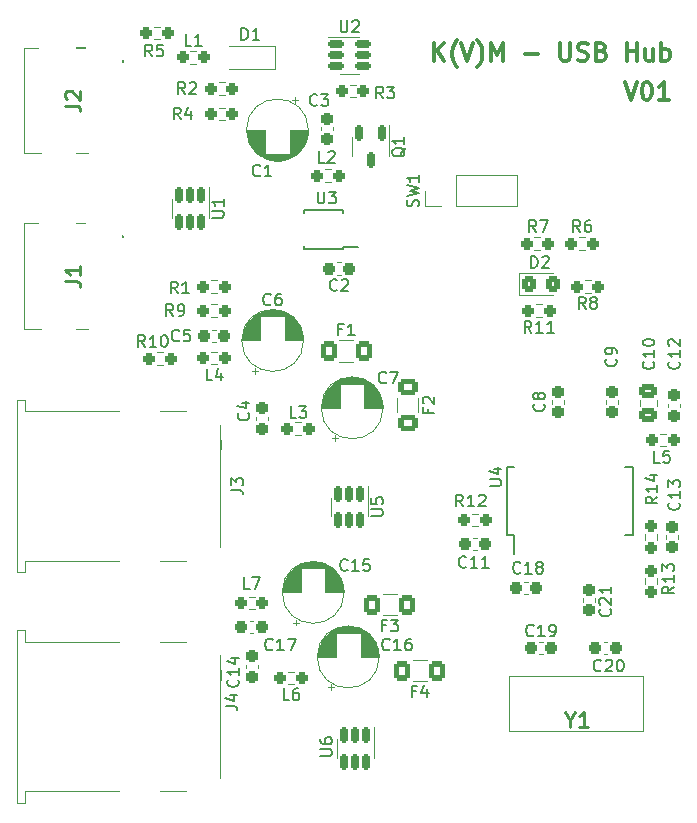
<source format=gto>
%TF.GenerationSoftware,KiCad,Pcbnew,(6.0.10)*%
%TF.CreationDate,2023-01-17T15:39:30+01:00*%
%TF.ProjectId,kvm,6b766d2e-6b69-4636-9164-5f7063625858,v01*%
%TF.SameCoordinates,Original*%
%TF.FileFunction,Legend,Top*%
%TF.FilePolarity,Positive*%
%FSLAX46Y46*%
G04 Gerber Fmt 4.6, Leading zero omitted, Abs format (unit mm)*
G04 Created by KiCad (PCBNEW (6.0.10)) date 2023-01-17 15:39:30*
%MOMM*%
%LPD*%
G01*
G04 APERTURE LIST*
G04 Aperture macros list*
%AMRoundRect*
0 Rectangle with rounded corners*
0 $1 Rounding radius*
0 $2 $3 $4 $5 $6 $7 $8 $9 X,Y pos of 4 corners*
0 Add a 4 corners polygon primitive as box body*
4,1,4,$2,$3,$4,$5,$6,$7,$8,$9,$2,$3,0*
0 Add four circle primitives for the rounded corners*
1,1,$1+$1,$2,$3*
1,1,$1+$1,$4,$5*
1,1,$1+$1,$6,$7*
1,1,$1+$1,$8,$9*
0 Add four rect primitives between the rounded corners*
20,1,$1+$1,$2,$3,$4,$5,0*
20,1,$1+$1,$4,$5,$6,$7,0*
20,1,$1+$1,$6,$7,$8,$9,0*
20,1,$1+$1,$8,$9,$2,$3,0*%
G04 Aperture macros list end*
%ADD10C,0.300000*%
%ADD11C,0.150000*%
%ADD12C,0.254000*%
%ADD13C,0.120000*%
%ADD14C,0.200000*%
%ADD15C,0.100000*%
%ADD16RoundRect,0.237500X-0.250000X-0.237500X0.250000X-0.237500X0.250000X0.237500X-0.250000X0.237500X0*%
%ADD17RoundRect,0.237500X0.300000X0.237500X-0.300000X0.237500X-0.300000X-0.237500X0.300000X-0.237500X0*%
%ADD18RoundRect,0.250001X0.462499X0.624999X-0.462499X0.624999X-0.462499X-0.624999X0.462499X-0.624999X0*%
%ADD19R,1.500000X1.500000*%
%ADD20C,1.500000*%
%ADD21C,3.000000*%
%ADD22RoundRect,0.237500X-0.237500X0.300000X-0.237500X-0.300000X0.237500X-0.300000X0.237500X0.300000X0*%
%ADD23RoundRect,0.237500X0.250000X0.237500X-0.250000X0.237500X-0.250000X-0.237500X0.250000X-0.237500X0*%
%ADD24R,1.100000X1.100000*%
%ADD25RoundRect,0.237500X0.237500X-0.300000X0.237500X0.300000X-0.237500X0.300000X-0.237500X-0.300000X0*%
%ADD26RoundRect,0.237500X-0.300000X-0.237500X0.300000X-0.237500X0.300000X0.237500X-0.300000X0.237500X0*%
%ADD27RoundRect,0.150000X-0.150000X0.512500X-0.150000X-0.512500X0.150000X-0.512500X0.150000X0.512500X0*%
%ADD28R,1.600000X1.600000*%
%ADD29C,1.600000*%
%ADD30RoundRect,0.250000X0.475000X-0.337500X0.475000X0.337500X-0.475000X0.337500X-0.475000X-0.337500X0*%
%ADD31C,0.001000*%
%ADD32R,1.150000X0.300000*%
%ADD33R,2.000000X2.180000*%
%ADD34RoundRect,0.237500X0.237500X-0.250000X0.237500X0.250000X-0.237500X0.250000X-0.237500X-0.250000X0*%
%ADD35R,1.700000X1.700000*%
%ADD36O,1.700000X1.700000*%
%ADD37R,0.450000X1.750000*%
%ADD38RoundRect,0.250000X-0.325000X-0.450000X0.325000X-0.450000X0.325000X0.450000X-0.325000X0.450000X0*%
%ADD39R,1.400000X0.300000*%
%ADD40RoundRect,0.150000X-0.512500X-0.150000X0.512500X-0.150000X0.512500X0.150000X-0.512500X0.150000X0*%
%ADD41RoundRect,0.250001X-0.624999X0.462499X-0.624999X-0.462499X0.624999X-0.462499X0.624999X0.462499X0*%
%ADD42C,1.155000*%
G04 APERTURE END LIST*
D10*
X94465428Y-43604571D02*
X94465428Y-42104571D01*
X95322571Y-43604571D02*
X94679714Y-42747428D01*
X95322571Y-42104571D02*
X94465428Y-42961714D01*
X96394000Y-44176000D02*
X96322571Y-44104571D01*
X96179714Y-43890285D01*
X96108285Y-43747428D01*
X96036857Y-43533142D01*
X95965428Y-43176000D01*
X95965428Y-42890285D01*
X96036857Y-42533142D01*
X96108285Y-42318857D01*
X96179714Y-42176000D01*
X96322571Y-41961714D01*
X96394000Y-41890285D01*
X96751142Y-42104571D02*
X97251142Y-43604571D01*
X97751142Y-42104571D01*
X98108285Y-44176000D02*
X98179714Y-44104571D01*
X98322571Y-43890285D01*
X98394000Y-43747428D01*
X98465428Y-43533142D01*
X98536857Y-43176000D01*
X98536857Y-42890285D01*
X98465428Y-42533142D01*
X98394000Y-42318857D01*
X98322571Y-42176000D01*
X98179714Y-41961714D01*
X98108285Y-41890285D01*
X99251142Y-43604571D02*
X99251142Y-42104571D01*
X99751142Y-43176000D01*
X100251142Y-42104571D01*
X100251142Y-43604571D01*
X102108285Y-43033142D02*
X103251142Y-43033142D01*
X105108285Y-42104571D02*
X105108285Y-43318857D01*
X105179714Y-43461714D01*
X105251142Y-43533142D01*
X105394000Y-43604571D01*
X105679714Y-43604571D01*
X105822571Y-43533142D01*
X105894000Y-43461714D01*
X105965428Y-43318857D01*
X105965428Y-42104571D01*
X106608285Y-43533142D02*
X106822571Y-43604571D01*
X107179714Y-43604571D01*
X107322571Y-43533142D01*
X107394000Y-43461714D01*
X107465428Y-43318857D01*
X107465428Y-43176000D01*
X107394000Y-43033142D01*
X107322571Y-42961714D01*
X107179714Y-42890285D01*
X106894000Y-42818857D01*
X106751142Y-42747428D01*
X106679714Y-42676000D01*
X106608285Y-42533142D01*
X106608285Y-42390285D01*
X106679714Y-42247428D01*
X106751142Y-42176000D01*
X106894000Y-42104571D01*
X107251142Y-42104571D01*
X107465428Y-42176000D01*
X108608285Y-42818857D02*
X108822571Y-42890285D01*
X108894000Y-42961714D01*
X108965428Y-43104571D01*
X108965428Y-43318857D01*
X108894000Y-43461714D01*
X108822571Y-43533142D01*
X108679714Y-43604571D01*
X108108285Y-43604571D01*
X108108285Y-42104571D01*
X108608285Y-42104571D01*
X108751142Y-42176000D01*
X108822571Y-42247428D01*
X108894000Y-42390285D01*
X108894000Y-42533142D01*
X108822571Y-42676000D01*
X108751142Y-42747428D01*
X108608285Y-42818857D01*
X108108285Y-42818857D01*
X110751142Y-43604571D02*
X110751142Y-42104571D01*
X110751142Y-42818857D02*
X111608285Y-42818857D01*
X111608285Y-43604571D02*
X111608285Y-42104571D01*
X112965428Y-42604571D02*
X112965428Y-43604571D01*
X112322571Y-42604571D02*
X112322571Y-43390285D01*
X112394000Y-43533142D01*
X112536857Y-43604571D01*
X112751142Y-43604571D01*
X112894000Y-43533142D01*
X112965428Y-43461714D01*
X113679714Y-43604571D02*
X113679714Y-42104571D01*
X113679714Y-42676000D02*
X113822571Y-42604571D01*
X114108285Y-42604571D01*
X114251142Y-42676000D01*
X114322571Y-42747428D01*
X114394000Y-42890285D01*
X114394000Y-43318857D01*
X114322571Y-43461714D01*
X114251142Y-43533142D01*
X114108285Y-43604571D01*
X113822571Y-43604571D01*
X113679714Y-43533142D01*
X110593428Y-45406571D02*
X111093428Y-46906571D01*
X111593428Y-45406571D01*
X112379142Y-45406571D02*
X112522000Y-45406571D01*
X112664857Y-45478000D01*
X112736285Y-45549428D01*
X112807714Y-45692285D01*
X112879142Y-45978000D01*
X112879142Y-46335142D01*
X112807714Y-46620857D01*
X112736285Y-46763714D01*
X112664857Y-46835142D01*
X112522000Y-46906571D01*
X112379142Y-46906571D01*
X112236285Y-46835142D01*
X112164857Y-46763714D01*
X112093428Y-46620857D01*
X112022000Y-46335142D01*
X112022000Y-45978000D01*
X112093428Y-45692285D01*
X112164857Y-45549428D01*
X112236285Y-45478000D01*
X112379142Y-45406571D01*
X114307714Y-46906571D02*
X113450571Y-46906571D01*
X113879142Y-46906571D02*
X113879142Y-45406571D01*
X113736285Y-45620857D01*
X113593428Y-45763714D01*
X113450571Y-45835142D01*
D11*
X69969142Y-67856380D02*
X69635809Y-67380190D01*
X69397714Y-67856380D02*
X69397714Y-66856380D01*
X69778666Y-66856380D01*
X69873904Y-66904000D01*
X69921523Y-66951619D01*
X69969142Y-67046857D01*
X69969142Y-67189714D01*
X69921523Y-67284952D01*
X69873904Y-67332571D01*
X69778666Y-67380190D01*
X69397714Y-67380190D01*
X70921523Y-67856380D02*
X70350095Y-67856380D01*
X70635809Y-67856380D02*
X70635809Y-66856380D01*
X70540571Y-66999238D01*
X70445333Y-67094476D01*
X70350095Y-67142095D01*
X71540571Y-66856380D02*
X71635809Y-66856380D01*
X71731047Y-66904000D01*
X71778666Y-66951619D01*
X71826285Y-67046857D01*
X71873904Y-67237333D01*
X71873904Y-67475428D01*
X71826285Y-67665904D01*
X71778666Y-67761142D01*
X71731047Y-67808761D01*
X71635809Y-67856380D01*
X71540571Y-67856380D01*
X71445333Y-67808761D01*
X71397714Y-67761142D01*
X71350095Y-67665904D01*
X71302476Y-67475428D01*
X71302476Y-67237333D01*
X71350095Y-67046857D01*
X71397714Y-66951619D01*
X71445333Y-66904000D01*
X71540571Y-66856380D01*
X101738409Y-86945742D02*
X101690790Y-86993361D01*
X101547933Y-87040980D01*
X101452695Y-87040980D01*
X101309838Y-86993361D01*
X101214600Y-86898123D01*
X101166981Y-86802885D01*
X101119362Y-86612409D01*
X101119362Y-86469552D01*
X101166981Y-86279076D01*
X101214600Y-86183838D01*
X101309838Y-86088600D01*
X101452695Y-86040980D01*
X101547933Y-86040980D01*
X101690790Y-86088600D01*
X101738409Y-86136219D01*
X102690790Y-87040980D02*
X102119362Y-87040980D01*
X102405076Y-87040980D02*
X102405076Y-86040980D01*
X102309838Y-86183838D01*
X102214600Y-86279076D01*
X102119362Y-86326695D01*
X103262219Y-86469552D02*
X103166981Y-86421933D01*
X103119362Y-86374314D01*
X103071743Y-86279076D01*
X103071743Y-86231457D01*
X103119362Y-86136219D01*
X103166981Y-86088600D01*
X103262219Y-86040980D01*
X103452695Y-86040980D01*
X103547933Y-86088600D01*
X103595552Y-86136219D01*
X103643171Y-86231457D01*
X103643171Y-86279076D01*
X103595552Y-86374314D01*
X103547933Y-86421933D01*
X103452695Y-86469552D01*
X103262219Y-86469552D01*
X103166981Y-86517171D01*
X103119362Y-86564790D01*
X103071743Y-86660028D01*
X103071743Y-86850504D01*
X103119362Y-86945742D01*
X103166981Y-86993361D01*
X103262219Y-87040980D01*
X103452695Y-87040980D01*
X103547933Y-86993361D01*
X103595552Y-86945742D01*
X103643171Y-86850504D01*
X103643171Y-86660028D01*
X103595552Y-86564790D01*
X103547933Y-86517171D01*
X103452695Y-86469552D01*
X90344666Y-91410571D02*
X90011333Y-91410571D01*
X90011333Y-91934380D02*
X90011333Y-90934380D01*
X90487523Y-90934380D01*
X90773238Y-90934380D02*
X91392285Y-90934380D01*
X91058952Y-91315333D01*
X91201809Y-91315333D01*
X91297047Y-91362952D01*
X91344666Y-91410571D01*
X91392285Y-91505809D01*
X91392285Y-91743904D01*
X91344666Y-91839142D01*
X91297047Y-91886761D01*
X91201809Y-91934380D01*
X90916095Y-91934380D01*
X90820857Y-91886761D01*
X90773238Y-91839142D01*
X77277380Y-79962333D02*
X77991666Y-79962333D01*
X78134523Y-80009952D01*
X78229761Y-80105190D01*
X78277380Y-80248047D01*
X78277380Y-80343285D01*
X77277380Y-79581380D02*
X77277380Y-78962333D01*
X77658333Y-79295666D01*
X77658333Y-79152809D01*
X77705952Y-79057571D01*
X77753571Y-79009952D01*
X77848809Y-78962333D01*
X78086904Y-78962333D01*
X78182142Y-79009952D01*
X78229761Y-79057571D01*
X78277380Y-79152809D01*
X78277380Y-79438523D01*
X78229761Y-79533761D01*
X78182142Y-79581380D01*
X109330742Y-90050857D02*
X109378361Y-90098476D01*
X109425980Y-90241333D01*
X109425980Y-90336571D01*
X109378361Y-90479428D01*
X109283123Y-90574666D01*
X109187885Y-90622285D01*
X108997409Y-90669904D01*
X108854552Y-90669904D01*
X108664076Y-90622285D01*
X108568838Y-90574666D01*
X108473600Y-90479428D01*
X108425980Y-90336571D01*
X108425980Y-90241333D01*
X108473600Y-90098476D01*
X108521219Y-90050857D01*
X108521219Y-89669904D02*
X108473600Y-89622285D01*
X108425980Y-89527047D01*
X108425980Y-89288952D01*
X108473600Y-89193714D01*
X108521219Y-89146095D01*
X108616457Y-89098476D01*
X108711695Y-89098476D01*
X108854552Y-89146095D01*
X109425980Y-89717523D01*
X109425980Y-89098476D01*
X109425980Y-88146095D02*
X109425980Y-88717523D01*
X109425980Y-88431809D02*
X108425980Y-88431809D01*
X108568838Y-88527047D01*
X108664076Y-88622285D01*
X108711695Y-88717523D01*
X82764333Y-73858380D02*
X82288142Y-73858380D01*
X82288142Y-72858380D01*
X83002428Y-72858380D02*
X83621476Y-72858380D01*
X83288142Y-73239333D01*
X83431000Y-73239333D01*
X83526238Y-73286952D01*
X83573857Y-73334571D01*
X83621476Y-73429809D01*
X83621476Y-73667904D01*
X83573857Y-73763142D01*
X83526238Y-73810761D01*
X83431000Y-73858380D01*
X83145285Y-73858380D01*
X83050047Y-73810761D01*
X83002428Y-73763142D01*
X106802933Y-58110380D02*
X106469600Y-57634190D01*
X106231504Y-58110380D02*
X106231504Y-57110380D01*
X106612457Y-57110380D01*
X106707695Y-57158000D01*
X106755314Y-57205619D01*
X106802933Y-57300857D01*
X106802933Y-57443714D01*
X106755314Y-57538952D01*
X106707695Y-57586571D01*
X106612457Y-57634190D01*
X106231504Y-57634190D01*
X107660076Y-57110380D02*
X107469600Y-57110380D01*
X107374361Y-57158000D01*
X107326742Y-57205619D01*
X107231504Y-57348476D01*
X107183885Y-57538952D01*
X107183885Y-57919904D01*
X107231504Y-58015142D01*
X107279123Y-58062761D01*
X107374361Y-58110380D01*
X107564838Y-58110380D01*
X107660076Y-58062761D01*
X107707695Y-58015142D01*
X107755314Y-57919904D01*
X107755314Y-57681809D01*
X107707695Y-57586571D01*
X107660076Y-57538952D01*
X107564838Y-57491333D01*
X107374361Y-57491333D01*
X107279123Y-57538952D01*
X107231504Y-57586571D01*
X107183885Y-57681809D01*
X96893142Y-81351380D02*
X96559809Y-80875190D01*
X96321714Y-81351380D02*
X96321714Y-80351380D01*
X96702666Y-80351380D01*
X96797904Y-80399000D01*
X96845523Y-80446619D01*
X96893142Y-80541857D01*
X96893142Y-80684714D01*
X96845523Y-80779952D01*
X96797904Y-80827571D01*
X96702666Y-80875190D01*
X96321714Y-80875190D01*
X97845523Y-81351380D02*
X97274095Y-81351380D01*
X97559809Y-81351380D02*
X97559809Y-80351380D01*
X97464571Y-80494238D01*
X97369333Y-80589476D01*
X97274095Y-80637095D01*
X98226476Y-80446619D02*
X98274095Y-80399000D01*
X98369333Y-80351380D01*
X98607428Y-80351380D01*
X98702666Y-80399000D01*
X98750285Y-80446619D01*
X98797904Y-80541857D01*
X98797904Y-80637095D01*
X98750285Y-80779952D01*
X98178857Y-81351380D01*
X98797904Y-81351380D01*
X78128904Y-41854380D02*
X78128904Y-40854380D01*
X78367000Y-40854380D01*
X78509857Y-40902000D01*
X78605095Y-40997238D01*
X78652714Y-41092476D01*
X78700333Y-41282952D01*
X78700333Y-41425809D01*
X78652714Y-41616285D01*
X78605095Y-41711523D01*
X78509857Y-41806761D01*
X78367000Y-41854380D01*
X78128904Y-41854380D01*
X79652714Y-41854380D02*
X79081285Y-41854380D01*
X79367000Y-41854380D02*
X79367000Y-40854380D01*
X79271761Y-40997238D01*
X79176523Y-41092476D01*
X79081285Y-41140095D01*
X108577142Y-95226142D02*
X108529523Y-95273761D01*
X108386666Y-95321380D01*
X108291428Y-95321380D01*
X108148571Y-95273761D01*
X108053333Y-95178523D01*
X108005714Y-95083285D01*
X107958095Y-94892809D01*
X107958095Y-94749952D01*
X108005714Y-94559476D01*
X108053333Y-94464238D01*
X108148571Y-94369000D01*
X108291428Y-94321380D01*
X108386666Y-94321380D01*
X108529523Y-94369000D01*
X108577142Y-94416619D01*
X108958095Y-94416619D02*
X109005714Y-94369000D01*
X109100952Y-94321380D01*
X109339047Y-94321380D01*
X109434285Y-94369000D01*
X109481904Y-94416619D01*
X109529523Y-94511857D01*
X109529523Y-94607095D01*
X109481904Y-94749952D01*
X108910476Y-95321380D01*
X109529523Y-95321380D01*
X110148571Y-94321380D02*
X110243809Y-94321380D01*
X110339047Y-94369000D01*
X110386666Y-94416619D01*
X110434285Y-94511857D01*
X110481904Y-94702333D01*
X110481904Y-94940428D01*
X110434285Y-95130904D01*
X110386666Y-95226142D01*
X110339047Y-95273761D01*
X110243809Y-95321380D01*
X110148571Y-95321380D01*
X110053333Y-95273761D01*
X110005714Y-95226142D01*
X109958095Y-95130904D01*
X109910476Y-94940428D01*
X109910476Y-94702333D01*
X109958095Y-94511857D01*
X110005714Y-94416619D01*
X110053333Y-94369000D01*
X110148571Y-94321380D01*
X103084333Y-58110380D02*
X102751000Y-57634190D01*
X102512904Y-58110380D02*
X102512904Y-57110380D01*
X102893857Y-57110380D01*
X102989095Y-57158000D01*
X103036714Y-57205619D01*
X103084333Y-57300857D01*
X103084333Y-57443714D01*
X103036714Y-57538952D01*
X102989095Y-57586571D01*
X102893857Y-57634190D01*
X102512904Y-57634190D01*
X103417666Y-57110380D02*
X104084333Y-57110380D01*
X103655761Y-58110380D01*
X72731333Y-63317380D02*
X72398000Y-62841190D01*
X72159904Y-63317380D02*
X72159904Y-62317380D01*
X72540857Y-62317380D01*
X72636095Y-62365000D01*
X72683714Y-62412619D01*
X72731333Y-62507857D01*
X72731333Y-62650714D01*
X72683714Y-62745952D01*
X72636095Y-62793571D01*
X72540857Y-62841190D01*
X72159904Y-62841190D01*
X73683714Y-63317380D02*
X73112285Y-63317380D01*
X73398000Y-63317380D02*
X73398000Y-62317380D01*
X73302761Y-62460238D01*
X73207523Y-62555476D01*
X73112285Y-62603095D01*
X72350333Y-65222380D02*
X72017000Y-64746190D01*
X71778904Y-65222380D02*
X71778904Y-64222380D01*
X72159857Y-64222380D01*
X72255095Y-64270000D01*
X72302714Y-64317619D01*
X72350333Y-64412857D01*
X72350333Y-64555714D01*
X72302714Y-64650952D01*
X72255095Y-64698571D01*
X72159857Y-64746190D01*
X71778904Y-64746190D01*
X72826523Y-65222380D02*
X73017000Y-65222380D01*
X73112238Y-65174761D01*
X73159857Y-65127142D01*
X73255095Y-64984285D01*
X73302714Y-64793809D01*
X73302714Y-64412857D01*
X73255095Y-64317619D01*
X73207476Y-64270000D01*
X73112238Y-64222380D01*
X72921761Y-64222380D01*
X72826523Y-64270000D01*
X72778904Y-64317619D01*
X72731285Y-64412857D01*
X72731285Y-64650952D01*
X72778904Y-64746190D01*
X72826523Y-64793809D01*
X72921761Y-64841428D01*
X73112238Y-64841428D01*
X73207476Y-64793809D01*
X73255095Y-64746190D01*
X73302714Y-64650952D01*
X115165142Y-69095857D02*
X115212761Y-69143476D01*
X115260380Y-69286333D01*
X115260380Y-69381571D01*
X115212761Y-69524428D01*
X115117523Y-69619666D01*
X115022285Y-69667285D01*
X114831809Y-69714904D01*
X114688952Y-69714904D01*
X114498476Y-69667285D01*
X114403238Y-69619666D01*
X114308000Y-69524428D01*
X114260380Y-69381571D01*
X114260380Y-69286333D01*
X114308000Y-69143476D01*
X114355619Y-69095857D01*
X115260380Y-68143476D02*
X115260380Y-68714904D01*
X115260380Y-68429190D02*
X114260380Y-68429190D01*
X114403238Y-68524428D01*
X114498476Y-68619666D01*
X114546095Y-68714904D01*
X114355619Y-67762523D02*
X114308000Y-67714904D01*
X114260380Y-67619666D01*
X114260380Y-67381571D01*
X114308000Y-67286333D01*
X114355619Y-67238714D01*
X114450857Y-67191095D01*
X114546095Y-67191095D01*
X114688952Y-67238714D01*
X115260380Y-67810142D01*
X115260380Y-67191095D01*
X102862142Y-92272142D02*
X102814523Y-92319761D01*
X102671666Y-92367380D01*
X102576428Y-92367380D01*
X102433571Y-92319761D01*
X102338333Y-92224523D01*
X102290714Y-92129285D01*
X102243095Y-91938809D01*
X102243095Y-91795952D01*
X102290714Y-91605476D01*
X102338333Y-91510238D01*
X102433571Y-91415000D01*
X102576428Y-91367380D01*
X102671666Y-91367380D01*
X102814523Y-91415000D01*
X102862142Y-91462619D01*
X103814523Y-92367380D02*
X103243095Y-92367380D01*
X103528809Y-92367380D02*
X103528809Y-91367380D01*
X103433571Y-91510238D01*
X103338333Y-91605476D01*
X103243095Y-91653095D01*
X104290714Y-92367380D02*
X104481190Y-92367380D01*
X104576428Y-92319761D01*
X104624047Y-92272142D01*
X104719285Y-92129285D01*
X104766904Y-91938809D01*
X104766904Y-91557857D01*
X104719285Y-91462619D01*
X104671666Y-91415000D01*
X104576428Y-91367380D01*
X104385952Y-91367380D01*
X104290714Y-91415000D01*
X104243095Y-91462619D01*
X104195476Y-91557857D01*
X104195476Y-91795952D01*
X104243095Y-91891190D01*
X104290714Y-91938809D01*
X104385952Y-91986428D01*
X104576428Y-91986428D01*
X104671666Y-91938809D01*
X104719285Y-91891190D01*
X104766904Y-91795952D01*
X86221833Y-63001142D02*
X86174214Y-63048761D01*
X86031357Y-63096380D01*
X85936119Y-63096380D01*
X85793261Y-63048761D01*
X85698023Y-62953523D01*
X85650404Y-62858285D01*
X85602785Y-62667809D01*
X85602785Y-62524952D01*
X85650404Y-62334476D01*
X85698023Y-62239238D01*
X85793261Y-62144000D01*
X85936119Y-62096380D01*
X86031357Y-62096380D01*
X86174214Y-62144000D01*
X86221833Y-62191619D01*
X86602785Y-62191619D02*
X86650404Y-62144000D01*
X86745642Y-62096380D01*
X86983738Y-62096380D01*
X87078976Y-62144000D01*
X87126595Y-62191619D01*
X87174214Y-62286857D01*
X87174214Y-62382095D01*
X87126595Y-62524952D01*
X86555166Y-63096380D01*
X87174214Y-63096380D01*
X107275333Y-64620380D02*
X106942000Y-64144190D01*
X106703904Y-64620380D02*
X106703904Y-63620380D01*
X107084857Y-63620380D01*
X107180095Y-63668000D01*
X107227714Y-63715619D01*
X107275333Y-63810857D01*
X107275333Y-63953714D01*
X107227714Y-64048952D01*
X107180095Y-64096571D01*
X107084857Y-64144190D01*
X106703904Y-64144190D01*
X107846761Y-64048952D02*
X107751523Y-64001333D01*
X107703904Y-63953714D01*
X107656285Y-63858476D01*
X107656285Y-63810857D01*
X107703904Y-63715619D01*
X107751523Y-63668000D01*
X107846761Y-63620380D01*
X108037238Y-63620380D01*
X108132476Y-63668000D01*
X108180095Y-63715619D01*
X108227714Y-63810857D01*
X108227714Y-63858476D01*
X108180095Y-63953714D01*
X108132476Y-64001333D01*
X108037238Y-64048952D01*
X107846761Y-64048952D01*
X107751523Y-64096571D01*
X107703904Y-64144190D01*
X107656285Y-64239428D01*
X107656285Y-64429904D01*
X107703904Y-64525142D01*
X107751523Y-64572761D01*
X107846761Y-64620380D01*
X108037238Y-64620380D01*
X108132476Y-64572761D01*
X108180095Y-64525142D01*
X108227714Y-64429904D01*
X108227714Y-64239428D01*
X108180095Y-64144190D01*
X108132476Y-64096571D01*
X108037238Y-64048952D01*
X92006619Y-50995738D02*
X91959000Y-51090976D01*
X91863761Y-51186214D01*
X91720904Y-51329071D01*
X91673285Y-51424309D01*
X91673285Y-51519547D01*
X91911380Y-51471928D02*
X91863761Y-51567166D01*
X91768523Y-51662404D01*
X91578047Y-51710023D01*
X91244714Y-51710023D01*
X91054238Y-51662404D01*
X90959000Y-51567166D01*
X90911380Y-51471928D01*
X90911380Y-51281452D01*
X90959000Y-51186214D01*
X91054238Y-51090976D01*
X91244714Y-51043357D01*
X91578047Y-51043357D01*
X91768523Y-51090976D01*
X91863761Y-51186214D01*
X91911380Y-51281452D01*
X91911380Y-51471928D01*
X91911380Y-50090976D02*
X91911380Y-50662404D01*
X91911380Y-50376690D02*
X90911380Y-50376690D01*
X91054238Y-50471928D01*
X91149476Y-50567166D01*
X91197095Y-50662404D01*
X80605333Y-64238142D02*
X80557714Y-64285761D01*
X80414857Y-64333380D01*
X80319619Y-64333380D01*
X80176761Y-64285761D01*
X80081523Y-64190523D01*
X80033904Y-64095285D01*
X79986285Y-63904809D01*
X79986285Y-63761952D01*
X80033904Y-63571476D01*
X80081523Y-63476238D01*
X80176761Y-63381000D01*
X80319619Y-63333380D01*
X80414857Y-63333380D01*
X80557714Y-63381000D01*
X80605333Y-63428619D01*
X81462476Y-63333380D02*
X81272000Y-63333380D01*
X81176761Y-63381000D01*
X81129142Y-63428619D01*
X81033904Y-63571476D01*
X80986285Y-63761952D01*
X80986285Y-64142904D01*
X81033904Y-64238142D01*
X81081523Y-64285761D01*
X81176761Y-64333380D01*
X81367238Y-64333380D01*
X81462476Y-64285761D01*
X81510095Y-64238142D01*
X81557714Y-64142904D01*
X81557714Y-63904809D01*
X81510095Y-63809571D01*
X81462476Y-63761952D01*
X81367238Y-63714333D01*
X81176761Y-63714333D01*
X81081523Y-63761952D01*
X81033904Y-63809571D01*
X80986285Y-63904809D01*
X75639380Y-56895904D02*
X76448904Y-56895904D01*
X76544142Y-56848285D01*
X76591761Y-56800666D01*
X76639380Y-56705428D01*
X76639380Y-56514952D01*
X76591761Y-56419714D01*
X76544142Y-56372095D01*
X76448904Y-56324476D01*
X75639380Y-56324476D01*
X76639380Y-55324476D02*
X76639380Y-55895904D01*
X76639380Y-55610190D02*
X75639380Y-55610190D01*
X75782238Y-55705428D01*
X75877476Y-55800666D01*
X75925095Y-55895904D01*
X84796380Y-102488904D02*
X85605904Y-102488904D01*
X85701142Y-102441285D01*
X85748761Y-102393666D01*
X85796380Y-102298428D01*
X85796380Y-102107952D01*
X85748761Y-102012714D01*
X85701142Y-101965095D01*
X85605904Y-101917476D01*
X84796380Y-101917476D01*
X84796380Y-101012714D02*
X84796380Y-101203190D01*
X84844000Y-101298428D01*
X84891619Y-101346047D01*
X85034476Y-101441285D01*
X85224952Y-101488904D01*
X85605904Y-101488904D01*
X85701142Y-101441285D01*
X85748761Y-101393666D01*
X85796380Y-101298428D01*
X85796380Y-101107952D01*
X85748761Y-101012714D01*
X85701142Y-100965095D01*
X85605904Y-100917476D01*
X85367809Y-100917476D01*
X85272571Y-100965095D01*
X85224952Y-101012714D01*
X85177333Y-101107952D01*
X85177333Y-101298428D01*
X85224952Y-101393666D01*
X85272571Y-101441285D01*
X85367809Y-101488904D01*
X113006142Y-69095857D02*
X113053761Y-69143476D01*
X113101380Y-69286333D01*
X113101380Y-69381571D01*
X113053761Y-69524428D01*
X112958523Y-69619666D01*
X112863285Y-69667285D01*
X112672809Y-69714904D01*
X112529952Y-69714904D01*
X112339476Y-69667285D01*
X112244238Y-69619666D01*
X112149000Y-69524428D01*
X112101380Y-69381571D01*
X112101380Y-69286333D01*
X112149000Y-69143476D01*
X112196619Y-69095857D01*
X113101380Y-68143476D02*
X113101380Y-68714904D01*
X113101380Y-68429190D02*
X112101380Y-68429190D01*
X112244238Y-68524428D01*
X112339476Y-68619666D01*
X112387095Y-68714904D01*
X112101380Y-67524428D02*
X112101380Y-67429190D01*
X112149000Y-67333952D01*
X112196619Y-67286333D01*
X112291857Y-67238714D01*
X112482333Y-67191095D01*
X112720428Y-67191095D01*
X112910904Y-67238714D01*
X113006142Y-67286333D01*
X113053761Y-67333952D01*
X113101380Y-67429190D01*
X113101380Y-67524428D01*
X113053761Y-67619666D01*
X113006142Y-67667285D01*
X112910904Y-67714904D01*
X112720428Y-67762523D01*
X112482333Y-67762523D01*
X112291857Y-67714904D01*
X112196619Y-67667285D01*
X112149000Y-67619666D01*
X112101380Y-67524428D01*
D12*
X63213523Y-47413333D02*
X64120666Y-47413333D01*
X64302095Y-47473809D01*
X64423047Y-47594761D01*
X64483523Y-47776190D01*
X64483523Y-47897142D01*
X63334476Y-46869047D02*
X63274000Y-46808571D01*
X63213523Y-46687619D01*
X63213523Y-46385238D01*
X63274000Y-46264285D01*
X63334476Y-46203809D01*
X63455428Y-46143333D01*
X63576380Y-46143333D01*
X63757809Y-46203809D01*
X64483523Y-46929523D01*
X64483523Y-46143333D01*
D11*
X73366333Y-46426380D02*
X73033000Y-45950190D01*
X72794904Y-46426380D02*
X72794904Y-45426380D01*
X73175857Y-45426380D01*
X73271095Y-45474000D01*
X73318714Y-45521619D01*
X73366333Y-45616857D01*
X73366333Y-45759714D01*
X73318714Y-45854952D01*
X73271095Y-45902571D01*
X73175857Y-45950190D01*
X72794904Y-45950190D01*
X73747285Y-45521619D02*
X73794904Y-45474000D01*
X73890142Y-45426380D01*
X74128238Y-45426380D01*
X74223476Y-45474000D01*
X74271095Y-45521619D01*
X74318714Y-45616857D01*
X74318714Y-45712095D01*
X74271095Y-45854952D01*
X73699666Y-46426380D01*
X74318714Y-46426380D01*
X103735142Y-72683666D02*
X103782761Y-72731285D01*
X103830380Y-72874142D01*
X103830380Y-72969380D01*
X103782761Y-73112238D01*
X103687523Y-73207476D01*
X103592285Y-73255095D01*
X103401809Y-73302714D01*
X103258952Y-73302714D01*
X103068476Y-73255095D01*
X102973238Y-73207476D01*
X102878000Y-73112238D01*
X102830380Y-72969380D01*
X102830380Y-72874142D01*
X102878000Y-72731285D01*
X102925619Y-72683666D01*
X103258952Y-72112238D02*
X103211333Y-72207476D01*
X103163714Y-72255095D01*
X103068476Y-72302714D01*
X103020857Y-72302714D01*
X102925619Y-72255095D01*
X102878000Y-72207476D01*
X102830380Y-72112238D01*
X102830380Y-71921761D01*
X102878000Y-71826523D01*
X102925619Y-71778904D01*
X103020857Y-71731285D01*
X103068476Y-71731285D01*
X103163714Y-71778904D01*
X103211333Y-71826523D01*
X103258952Y-71921761D01*
X103258952Y-72112238D01*
X103306571Y-72207476D01*
X103354190Y-72255095D01*
X103449428Y-72302714D01*
X103639904Y-72302714D01*
X103735142Y-72255095D01*
X103782761Y-72207476D01*
X103830380Y-72112238D01*
X103830380Y-71921761D01*
X103782761Y-71826523D01*
X103735142Y-71778904D01*
X103639904Y-71731285D01*
X103449428Y-71731285D01*
X103354190Y-71778904D01*
X103306571Y-71826523D01*
X103258952Y-71921761D01*
X102684342Y-66652380D02*
X102351009Y-66176190D01*
X102112914Y-66652380D02*
X102112914Y-65652380D01*
X102493866Y-65652380D01*
X102589104Y-65700000D01*
X102636723Y-65747619D01*
X102684342Y-65842857D01*
X102684342Y-65985714D01*
X102636723Y-66080952D01*
X102589104Y-66128571D01*
X102493866Y-66176190D01*
X102112914Y-66176190D01*
X103636723Y-66652380D02*
X103065295Y-66652380D01*
X103351009Y-66652380D02*
X103351009Y-65652380D01*
X103255771Y-65795238D01*
X103160533Y-65890476D01*
X103065295Y-65938095D01*
X104589104Y-66652380D02*
X104017676Y-66652380D01*
X104303390Y-66652380D02*
X104303390Y-65652380D01*
X104208152Y-65795238D01*
X104112914Y-65890476D01*
X104017676Y-65938095D01*
X90384333Y-70842142D02*
X90336714Y-70889761D01*
X90193857Y-70937380D01*
X90098619Y-70937380D01*
X89955761Y-70889761D01*
X89860523Y-70794523D01*
X89812904Y-70699285D01*
X89765285Y-70508809D01*
X89765285Y-70365952D01*
X89812904Y-70175476D01*
X89860523Y-70080238D01*
X89955761Y-69985000D01*
X90098619Y-69937380D01*
X90193857Y-69937380D01*
X90336714Y-69985000D01*
X90384333Y-70032619D01*
X90717666Y-69937380D02*
X91384333Y-69937380D01*
X90955761Y-70937380D01*
X85177333Y-52268380D02*
X84701142Y-52268380D01*
X84701142Y-51268380D01*
X85463047Y-51363619D02*
X85510666Y-51316000D01*
X85605904Y-51268380D01*
X85844000Y-51268380D01*
X85939238Y-51316000D01*
X85986857Y-51363619D01*
X86034476Y-51458857D01*
X86034476Y-51554095D01*
X85986857Y-51696952D01*
X85415428Y-52268380D01*
X86034476Y-52268380D01*
X114752380Y-88145857D02*
X114276190Y-88479190D01*
X114752380Y-88717285D02*
X113752380Y-88717285D01*
X113752380Y-88336333D01*
X113800000Y-88241095D01*
X113847619Y-88193476D01*
X113942857Y-88145857D01*
X114085714Y-88145857D01*
X114180952Y-88193476D01*
X114228571Y-88241095D01*
X114276190Y-88336333D01*
X114276190Y-88717285D01*
X114752380Y-87193476D02*
X114752380Y-87764904D01*
X114752380Y-87479190D02*
X113752380Y-87479190D01*
X113895238Y-87574428D01*
X113990476Y-87669666D01*
X114038095Y-87764904D01*
X113752380Y-86860142D02*
X113752380Y-86241095D01*
X114133333Y-86574428D01*
X114133333Y-86431571D01*
X114180952Y-86336333D01*
X114228571Y-86288714D01*
X114323809Y-86241095D01*
X114561904Y-86241095D01*
X114657142Y-86288714D01*
X114704761Y-86336333D01*
X114752380Y-86431571D01*
X114752380Y-86717285D01*
X114704761Y-86812523D01*
X114657142Y-86860142D01*
X72858333Y-67286142D02*
X72810714Y-67333761D01*
X72667857Y-67381380D01*
X72572619Y-67381380D01*
X72429761Y-67333761D01*
X72334523Y-67238523D01*
X72286904Y-67143285D01*
X72239285Y-66952809D01*
X72239285Y-66809952D01*
X72286904Y-66619476D01*
X72334523Y-66524238D01*
X72429761Y-66429000D01*
X72572619Y-66381380D01*
X72667857Y-66381380D01*
X72810714Y-66429000D01*
X72858333Y-66476619D01*
X73763095Y-66381380D02*
X73286904Y-66381380D01*
X73239285Y-66857571D01*
X73286904Y-66809952D01*
X73382142Y-66762333D01*
X73620238Y-66762333D01*
X73715476Y-66809952D01*
X73763095Y-66857571D01*
X73810714Y-66952809D01*
X73810714Y-67190904D01*
X73763095Y-67286142D01*
X73715476Y-67333761D01*
X73620238Y-67381380D01*
X73382142Y-67381380D01*
X73286904Y-67333761D01*
X73239285Y-67286142D01*
X75652333Y-70690980D02*
X75176142Y-70690980D01*
X75176142Y-69690980D01*
X76414238Y-70024314D02*
X76414238Y-70690980D01*
X76176142Y-69643361D02*
X75938047Y-70357647D01*
X76557095Y-70357647D01*
X84542333Y-47347142D02*
X84494714Y-47394761D01*
X84351857Y-47442380D01*
X84256619Y-47442380D01*
X84113761Y-47394761D01*
X84018523Y-47299523D01*
X83970904Y-47204285D01*
X83923285Y-47013809D01*
X83923285Y-46870952D01*
X83970904Y-46680476D01*
X84018523Y-46585238D01*
X84113761Y-46490000D01*
X84256619Y-46442380D01*
X84351857Y-46442380D01*
X84494714Y-46490000D01*
X84542333Y-46537619D01*
X84875666Y-46442380D02*
X85494714Y-46442380D01*
X85161380Y-46823333D01*
X85304238Y-46823333D01*
X85399476Y-46870952D01*
X85447095Y-46918571D01*
X85494714Y-47013809D01*
X85494714Y-47251904D01*
X85447095Y-47347142D01*
X85399476Y-47394761D01*
X85304238Y-47442380D01*
X85018523Y-47442380D01*
X84923285Y-47394761D01*
X84875666Y-47347142D01*
X77827142Y-96019857D02*
X77874761Y-96067476D01*
X77922380Y-96210333D01*
X77922380Y-96305571D01*
X77874761Y-96448428D01*
X77779523Y-96543666D01*
X77684285Y-96591285D01*
X77493809Y-96638904D01*
X77350952Y-96638904D01*
X77160476Y-96591285D01*
X77065238Y-96543666D01*
X76970000Y-96448428D01*
X76922380Y-96305571D01*
X76922380Y-96210333D01*
X76970000Y-96067476D01*
X77017619Y-96019857D01*
X77922380Y-95067476D02*
X77922380Y-95638904D01*
X77922380Y-95353190D02*
X76922380Y-95353190D01*
X77065238Y-95448428D01*
X77160476Y-95543666D01*
X77208095Y-95638904D01*
X77255714Y-94210333D02*
X77922380Y-94210333D01*
X76874761Y-94448428D02*
X77589047Y-94686523D01*
X77589047Y-94067476D01*
X93085761Y-55943333D02*
X93133380Y-55800476D01*
X93133380Y-55562380D01*
X93085761Y-55467142D01*
X93038142Y-55419523D01*
X92942904Y-55371904D01*
X92847666Y-55371904D01*
X92752428Y-55419523D01*
X92704809Y-55467142D01*
X92657190Y-55562380D01*
X92609571Y-55752857D01*
X92561952Y-55848095D01*
X92514333Y-55895714D01*
X92419095Y-55943333D01*
X92323857Y-55943333D01*
X92228619Y-55895714D01*
X92181000Y-55848095D01*
X92133380Y-55752857D01*
X92133380Y-55514761D01*
X92181000Y-55371904D01*
X92133380Y-55038571D02*
X93133380Y-54800476D01*
X92419095Y-54610000D01*
X93133380Y-54419523D01*
X92133380Y-54181428D01*
X93133380Y-53276666D02*
X93133380Y-53848095D01*
X93133380Y-53562380D02*
X92133380Y-53562380D01*
X92276238Y-53657619D01*
X92371476Y-53752857D01*
X92419095Y-53848095D01*
X90130333Y-46807380D02*
X89797000Y-46331190D01*
X89558904Y-46807380D02*
X89558904Y-45807380D01*
X89939857Y-45807380D01*
X90035095Y-45855000D01*
X90082714Y-45902619D01*
X90130333Y-45997857D01*
X90130333Y-46140714D01*
X90082714Y-46235952D01*
X90035095Y-46283571D01*
X89939857Y-46331190D01*
X89558904Y-46331190D01*
X90463666Y-45807380D02*
X91082714Y-45807380D01*
X90749380Y-46188333D01*
X90892238Y-46188333D01*
X90987476Y-46235952D01*
X91035095Y-46283571D01*
X91082714Y-46378809D01*
X91082714Y-46616904D01*
X91035095Y-46712142D01*
X90987476Y-46759761D01*
X90892238Y-46807380D01*
X90606523Y-46807380D01*
X90511285Y-46759761D01*
X90463666Y-46712142D01*
X87114142Y-86717142D02*
X87066523Y-86764761D01*
X86923666Y-86812380D01*
X86828428Y-86812380D01*
X86685571Y-86764761D01*
X86590333Y-86669523D01*
X86542714Y-86574285D01*
X86495095Y-86383809D01*
X86495095Y-86240952D01*
X86542714Y-86050476D01*
X86590333Y-85955238D01*
X86685571Y-85860000D01*
X86828428Y-85812380D01*
X86923666Y-85812380D01*
X87066523Y-85860000D01*
X87114142Y-85907619D01*
X88066523Y-86812380D02*
X87495095Y-86812380D01*
X87780809Y-86812380D02*
X87780809Y-85812380D01*
X87685571Y-85955238D01*
X87590333Y-86050476D01*
X87495095Y-86098095D01*
X88971285Y-85812380D02*
X88495095Y-85812380D01*
X88447476Y-86288571D01*
X88495095Y-86240952D01*
X88590333Y-86193333D01*
X88828428Y-86193333D01*
X88923666Y-86240952D01*
X88971285Y-86288571D01*
X89018904Y-86383809D01*
X89018904Y-86621904D01*
X88971285Y-86717142D01*
X88923666Y-86764761D01*
X88828428Y-86812380D01*
X88590333Y-86812380D01*
X88495095Y-86764761D01*
X88447476Y-86717142D01*
X73900833Y-42365288D02*
X73424642Y-42365288D01*
X73424642Y-41365288D01*
X74757976Y-42365288D02*
X74186547Y-42365288D01*
X74472261Y-42365288D02*
X74472261Y-41365288D01*
X74377023Y-41508146D01*
X74281785Y-41603384D01*
X74186547Y-41651003D01*
D12*
X63213523Y-62272333D02*
X64120666Y-62272333D01*
X64302095Y-62332809D01*
X64423047Y-62453761D01*
X64483523Y-62635190D01*
X64483523Y-62756142D01*
X64483523Y-61002333D02*
X64483523Y-61728047D01*
X64483523Y-61365190D02*
X63213523Y-61365190D01*
X63394952Y-61486142D01*
X63515904Y-61607095D01*
X63576380Y-61728047D01*
D11*
X109831142Y-68873666D02*
X109878761Y-68921285D01*
X109926380Y-69064142D01*
X109926380Y-69159380D01*
X109878761Y-69302238D01*
X109783523Y-69397476D01*
X109688285Y-69445095D01*
X109497809Y-69492714D01*
X109354952Y-69492714D01*
X109164476Y-69445095D01*
X109069238Y-69397476D01*
X108974000Y-69302238D01*
X108926380Y-69159380D01*
X108926380Y-69064142D01*
X108974000Y-68921285D01*
X109021619Y-68873666D01*
X109926380Y-68397476D02*
X109926380Y-68207000D01*
X109878761Y-68111761D01*
X109831142Y-68064142D01*
X109688285Y-67968904D01*
X109497809Y-67921285D01*
X109116857Y-67921285D01*
X109021619Y-67968904D01*
X108974000Y-68016523D01*
X108926380Y-68111761D01*
X108926380Y-68302238D01*
X108974000Y-68397476D01*
X109021619Y-68445095D01*
X109116857Y-68492714D01*
X109354952Y-68492714D01*
X109450190Y-68445095D01*
X109497809Y-68397476D01*
X109545428Y-68302238D01*
X109545428Y-68111761D01*
X109497809Y-68016523D01*
X109450190Y-67968904D01*
X109354952Y-67921285D01*
X99147380Y-79628904D02*
X99956904Y-79628904D01*
X100052142Y-79581285D01*
X100099761Y-79533666D01*
X100147380Y-79438428D01*
X100147380Y-79247952D01*
X100099761Y-79152714D01*
X100052142Y-79105095D01*
X99956904Y-79057476D01*
X99147380Y-79057476D01*
X99480714Y-78152714D02*
X100147380Y-78152714D01*
X99099761Y-78390809D02*
X99814047Y-78628904D01*
X99814047Y-78009857D01*
X79716333Y-53316142D02*
X79668714Y-53363761D01*
X79525857Y-53411380D01*
X79430619Y-53411380D01*
X79287761Y-53363761D01*
X79192523Y-53268523D01*
X79144904Y-53173285D01*
X79097285Y-52982809D01*
X79097285Y-52839952D01*
X79144904Y-52649476D01*
X79192523Y-52554238D01*
X79287761Y-52459000D01*
X79430619Y-52411380D01*
X79525857Y-52411380D01*
X79668714Y-52459000D01*
X79716333Y-52506619D01*
X80668714Y-53411380D02*
X80097285Y-53411380D01*
X80383000Y-53411380D02*
X80383000Y-52411380D01*
X80287761Y-52554238D01*
X80192523Y-52649476D01*
X80097285Y-52697095D01*
X102639904Y-61158380D02*
X102639904Y-60158380D01*
X102878000Y-60158380D01*
X103020857Y-60206000D01*
X103116095Y-60301238D01*
X103163714Y-60396476D01*
X103211333Y-60586952D01*
X103211333Y-60729809D01*
X103163714Y-60920285D01*
X103116095Y-61015523D01*
X103020857Y-61110761D01*
X102878000Y-61158380D01*
X102639904Y-61158380D01*
X103592285Y-60253619D02*
X103639904Y-60206000D01*
X103735142Y-60158380D01*
X103973238Y-60158380D01*
X104068476Y-60206000D01*
X104116095Y-60253619D01*
X104163714Y-60348857D01*
X104163714Y-60444095D01*
X104116095Y-60586952D01*
X103544666Y-61158380D01*
X104163714Y-61158380D01*
X84582095Y-54697380D02*
X84582095Y-55506904D01*
X84629714Y-55602142D01*
X84677333Y-55649761D01*
X84772571Y-55697380D01*
X84963047Y-55697380D01*
X85058285Y-55649761D01*
X85105904Y-55602142D01*
X85153523Y-55506904D01*
X85153523Y-54697380D01*
X85534476Y-54697380D02*
X86153523Y-54697380D01*
X85820190Y-55078333D01*
X85963047Y-55078333D01*
X86058285Y-55125952D01*
X86105904Y-55173571D01*
X86153523Y-55268809D01*
X86153523Y-55506904D01*
X86105904Y-55602142D01*
X86058285Y-55649761D01*
X85963047Y-55697380D01*
X85677333Y-55697380D01*
X85582095Y-55649761D01*
X85534476Y-55602142D01*
X97147142Y-86463142D02*
X97099523Y-86510761D01*
X96956666Y-86558380D01*
X96861428Y-86558380D01*
X96718571Y-86510761D01*
X96623333Y-86415523D01*
X96575714Y-86320285D01*
X96528095Y-86129809D01*
X96528095Y-85986952D01*
X96575714Y-85796476D01*
X96623333Y-85701238D01*
X96718571Y-85606000D01*
X96861428Y-85558380D01*
X96956666Y-85558380D01*
X97099523Y-85606000D01*
X97147142Y-85653619D01*
X98099523Y-86558380D02*
X97528095Y-86558380D01*
X97813809Y-86558380D02*
X97813809Y-85558380D01*
X97718571Y-85701238D01*
X97623333Y-85796476D01*
X97528095Y-85844095D01*
X99051904Y-86558380D02*
X98480476Y-86558380D01*
X98766190Y-86558380D02*
X98766190Y-85558380D01*
X98670952Y-85701238D01*
X98575714Y-85796476D01*
X98480476Y-85844095D01*
X90670142Y-93448142D02*
X90622523Y-93495761D01*
X90479666Y-93543380D01*
X90384428Y-93543380D01*
X90241571Y-93495761D01*
X90146333Y-93400523D01*
X90098714Y-93305285D01*
X90051095Y-93114809D01*
X90051095Y-92971952D01*
X90098714Y-92781476D01*
X90146333Y-92686238D01*
X90241571Y-92591000D01*
X90384428Y-92543380D01*
X90479666Y-92543380D01*
X90622523Y-92591000D01*
X90670142Y-92638619D01*
X91622523Y-93543380D02*
X91051095Y-93543380D01*
X91336809Y-93543380D02*
X91336809Y-92543380D01*
X91241571Y-92686238D01*
X91146333Y-92781476D01*
X91051095Y-92829095D01*
X92479666Y-92543380D02*
X92289190Y-92543380D01*
X92193952Y-92591000D01*
X92146333Y-92638619D01*
X92051095Y-92781476D01*
X92003476Y-92971952D01*
X92003476Y-93352904D01*
X92051095Y-93448142D01*
X92098714Y-93495761D01*
X92193952Y-93543380D01*
X92384428Y-93543380D01*
X92479666Y-93495761D01*
X92527285Y-93448142D01*
X92574904Y-93352904D01*
X92574904Y-93114809D01*
X92527285Y-93019571D01*
X92479666Y-92971952D01*
X92384428Y-92924333D01*
X92193952Y-92924333D01*
X92098714Y-92971952D01*
X92051095Y-93019571D01*
X92003476Y-93114809D01*
X76795380Y-98250333D02*
X77509666Y-98250333D01*
X77652523Y-98297952D01*
X77747761Y-98393190D01*
X77795380Y-98536047D01*
X77795380Y-98631285D01*
X77128714Y-97345571D02*
X77795380Y-97345571D01*
X76747761Y-97583666D02*
X77462047Y-97821761D01*
X77462047Y-97202714D01*
X70572333Y-43251380D02*
X70239000Y-42775190D01*
X70000904Y-43251380D02*
X70000904Y-42251380D01*
X70381857Y-42251380D01*
X70477095Y-42299000D01*
X70524714Y-42346619D01*
X70572333Y-42441857D01*
X70572333Y-42584714D01*
X70524714Y-42679952D01*
X70477095Y-42727571D01*
X70381857Y-42775190D01*
X70000904Y-42775190D01*
X71477095Y-42251380D02*
X71000904Y-42251380D01*
X70953285Y-42727571D01*
X71000904Y-42679952D01*
X71096142Y-42632333D01*
X71334238Y-42632333D01*
X71429476Y-42679952D01*
X71477095Y-42727571D01*
X71524714Y-42822809D01*
X71524714Y-43060904D01*
X71477095Y-43156142D01*
X71429476Y-43203761D01*
X71334238Y-43251380D01*
X71096142Y-43251380D01*
X71000904Y-43203761D01*
X70953285Y-43156142D01*
X82180133Y-97752067D02*
X81703942Y-97752067D01*
X81703942Y-96752067D01*
X82942038Y-96752067D02*
X82751561Y-96752067D01*
X82656323Y-96799687D01*
X82608704Y-96847306D01*
X82513466Y-96990163D01*
X82465847Y-97180639D01*
X82465847Y-97561591D01*
X82513466Y-97656829D01*
X82561085Y-97704448D01*
X82656323Y-97752067D01*
X82846800Y-97752067D01*
X82942038Y-97704448D01*
X82989657Y-97656829D01*
X83037276Y-97561591D01*
X83037276Y-97323496D01*
X82989657Y-97228258D01*
X82942038Y-97180639D01*
X82846800Y-97133020D01*
X82656323Y-97133020D01*
X82561085Y-97180639D01*
X82513466Y-97228258D01*
X82465847Y-97323496D01*
X72985333Y-48585380D02*
X72652000Y-48109190D01*
X72413904Y-48585380D02*
X72413904Y-47585380D01*
X72794857Y-47585380D01*
X72890095Y-47633000D01*
X72937714Y-47680619D01*
X72985333Y-47775857D01*
X72985333Y-47918714D01*
X72937714Y-48013952D01*
X72890095Y-48061571D01*
X72794857Y-48109190D01*
X72413904Y-48109190D01*
X73842476Y-47918714D02*
X73842476Y-48585380D01*
X73604380Y-47537761D02*
X73366285Y-48252047D01*
X73985333Y-48252047D01*
X86519095Y-40207288D02*
X86519095Y-41016812D01*
X86566714Y-41112050D01*
X86614333Y-41159669D01*
X86709571Y-41207288D01*
X86900047Y-41207288D01*
X86995285Y-41159669D01*
X87042904Y-41112050D01*
X87090523Y-41016812D01*
X87090523Y-40207288D01*
X87519095Y-40302527D02*
X87566714Y-40254908D01*
X87661952Y-40207288D01*
X87900047Y-40207288D01*
X87995285Y-40254908D01*
X88042904Y-40302527D01*
X88090523Y-40397765D01*
X88090523Y-40493003D01*
X88042904Y-40635860D01*
X87471476Y-41207288D01*
X88090523Y-41207288D01*
X78716142Y-73445666D02*
X78763761Y-73493285D01*
X78811380Y-73636142D01*
X78811380Y-73731380D01*
X78763761Y-73874238D01*
X78668523Y-73969476D01*
X78573285Y-74017095D01*
X78382809Y-74064714D01*
X78239952Y-74064714D01*
X78049476Y-74017095D01*
X77954238Y-73969476D01*
X77859000Y-73874238D01*
X77811380Y-73731380D01*
X77811380Y-73636142D01*
X77859000Y-73493285D01*
X77906619Y-73445666D01*
X78144714Y-72588523D02*
X78811380Y-72588523D01*
X77763761Y-72826619D02*
X78478047Y-73064714D01*
X78478047Y-72445666D01*
X80764142Y-93448142D02*
X80716523Y-93495761D01*
X80573666Y-93543380D01*
X80478428Y-93543380D01*
X80335571Y-93495761D01*
X80240333Y-93400523D01*
X80192714Y-93305285D01*
X80145095Y-93114809D01*
X80145095Y-92971952D01*
X80192714Y-92781476D01*
X80240333Y-92686238D01*
X80335571Y-92591000D01*
X80478428Y-92543380D01*
X80573666Y-92543380D01*
X80716523Y-92591000D01*
X80764142Y-92638619D01*
X81716523Y-93543380D02*
X81145095Y-93543380D01*
X81430809Y-93543380D02*
X81430809Y-92543380D01*
X81335571Y-92686238D01*
X81240333Y-92781476D01*
X81145095Y-92829095D01*
X82049857Y-92543380D02*
X82716523Y-92543380D01*
X82287952Y-93543380D01*
X113555333Y-77652580D02*
X113079142Y-77652580D01*
X113079142Y-76652580D01*
X114364857Y-76652580D02*
X113888666Y-76652580D01*
X113841047Y-77128771D01*
X113888666Y-77081152D01*
X113983904Y-77033533D01*
X114222000Y-77033533D01*
X114317238Y-77081152D01*
X114364857Y-77128771D01*
X114412476Y-77224009D01*
X114412476Y-77462104D01*
X114364857Y-77557342D01*
X114317238Y-77604961D01*
X114222000Y-77652580D01*
X113983904Y-77652580D01*
X113888666Y-77604961D01*
X113841047Y-77557342D01*
X86661666Y-66349571D02*
X86328333Y-66349571D01*
X86328333Y-66873380D02*
X86328333Y-65873380D01*
X86804523Y-65873380D01*
X87709285Y-66873380D02*
X87137857Y-66873380D01*
X87423571Y-66873380D02*
X87423571Y-65873380D01*
X87328333Y-66016238D01*
X87233095Y-66111476D01*
X87137857Y-66159095D01*
X93950571Y-73104333D02*
X93950571Y-73437666D01*
X94474380Y-73437666D02*
X93474380Y-73437666D01*
X93474380Y-72961476D01*
X93569619Y-72628142D02*
X93522000Y-72580523D01*
X93474380Y-72485285D01*
X93474380Y-72247190D01*
X93522000Y-72151952D01*
X93569619Y-72104333D01*
X93664857Y-72056714D01*
X93760095Y-72056714D01*
X93902952Y-72104333D01*
X94474380Y-72675761D01*
X94474380Y-72056714D01*
X92884666Y-96998571D02*
X92551333Y-96998571D01*
X92551333Y-97522380D02*
X92551333Y-96522380D01*
X93027523Y-96522380D01*
X93837047Y-96855714D02*
X93837047Y-97522380D01*
X93598952Y-96474761D02*
X93360857Y-97189047D01*
X93979904Y-97189047D01*
D12*
X105948238Y-99410761D02*
X105948238Y-100015523D01*
X105524904Y-98745523D02*
X105948238Y-99410761D01*
X106371571Y-98745523D01*
X107460142Y-100015523D02*
X106734428Y-100015523D01*
X107097285Y-100015523D02*
X107097285Y-98745523D01*
X106976333Y-98926952D01*
X106855380Y-99047904D01*
X106734428Y-99108380D01*
D11*
X113355380Y-80525857D02*
X112879190Y-80859190D01*
X113355380Y-81097285D02*
X112355380Y-81097285D01*
X112355380Y-80716333D01*
X112403000Y-80621095D01*
X112450619Y-80573476D01*
X112545857Y-80525857D01*
X112688714Y-80525857D01*
X112783952Y-80573476D01*
X112831571Y-80621095D01*
X112879190Y-80716333D01*
X112879190Y-81097285D01*
X113355380Y-79573476D02*
X113355380Y-80144904D01*
X113355380Y-79859190D02*
X112355380Y-79859190D01*
X112498238Y-79954428D01*
X112593476Y-80049666D01*
X112641095Y-80144904D01*
X112688714Y-78716333D02*
X113355380Y-78716333D01*
X112307761Y-78954428D02*
X113022047Y-79192523D01*
X113022047Y-78573476D01*
X115165142Y-81033857D02*
X115212761Y-81081476D01*
X115260380Y-81224333D01*
X115260380Y-81319571D01*
X115212761Y-81462428D01*
X115117523Y-81557666D01*
X115022285Y-81605285D01*
X114831809Y-81652904D01*
X114688952Y-81652904D01*
X114498476Y-81605285D01*
X114403238Y-81557666D01*
X114308000Y-81462428D01*
X114260380Y-81319571D01*
X114260380Y-81224333D01*
X114308000Y-81081476D01*
X114355619Y-81033857D01*
X115260380Y-80081476D02*
X115260380Y-80652904D01*
X115260380Y-80367190D02*
X114260380Y-80367190D01*
X114403238Y-80462428D01*
X114498476Y-80557666D01*
X114546095Y-80652904D01*
X114260380Y-79748142D02*
X114260380Y-79129095D01*
X114641333Y-79462428D01*
X114641333Y-79319571D01*
X114688952Y-79224333D01*
X114736571Y-79176714D01*
X114831809Y-79129095D01*
X115069904Y-79129095D01*
X115165142Y-79176714D01*
X115212761Y-79224333D01*
X115260380Y-79319571D01*
X115260380Y-79605285D01*
X115212761Y-79700523D01*
X115165142Y-79748142D01*
X78827333Y-88336380D02*
X78351142Y-88336380D01*
X78351142Y-87336380D01*
X79065428Y-87336380D02*
X79732095Y-87336380D01*
X79303523Y-88336380D01*
X89101380Y-82168904D02*
X89910904Y-82168904D01*
X90006142Y-82121285D01*
X90053761Y-82073666D01*
X90101380Y-81978428D01*
X90101380Y-81787952D01*
X90053761Y-81692714D01*
X90006142Y-81645095D01*
X89910904Y-81597476D01*
X89101380Y-81597476D01*
X89101380Y-80645095D02*
X89101380Y-81121285D01*
X89577571Y-81168904D01*
X89529952Y-81121285D01*
X89482333Y-81026047D01*
X89482333Y-80787952D01*
X89529952Y-80692714D01*
X89577571Y-80645095D01*
X89672809Y-80597476D01*
X89910904Y-80597476D01*
X90006142Y-80645095D01*
X90053761Y-80692714D01*
X90101380Y-80787952D01*
X90101380Y-81026047D01*
X90053761Y-81121285D01*
X90006142Y-81168904D01*
D13*
X70992276Y-69356500D02*
X71501724Y-69356500D01*
X70992276Y-68311500D02*
X71501724Y-68311500D01*
X102381267Y-87755000D02*
X102088733Y-87755000D01*
X102381267Y-88775000D02*
X102088733Y-88775000D01*
X91280064Y-88752000D02*
X90075936Y-88752000D01*
X91280064Y-90572000D02*
X90075936Y-90572000D01*
X59775000Y-86939000D02*
X59155000Y-86939000D01*
X71245000Y-85939000D02*
X73425000Y-85939000D01*
X67745000Y-85939000D02*
X59775000Y-85939000D01*
X59775000Y-85939000D02*
X59775000Y-86939000D01*
X76425000Y-76529000D02*
X76425000Y-75729000D01*
X76275000Y-74439000D02*
X76275000Y-84819000D01*
X59155000Y-72319000D02*
X59775000Y-72319000D01*
X59155000Y-86939000D02*
X59155000Y-72319000D01*
X59775000Y-73319000D02*
X67745000Y-73319000D01*
X71245000Y-73319000D02*
X73425000Y-73319000D01*
X59775000Y-72319000D02*
X59775000Y-73319000D01*
X107033600Y-89134733D02*
X107033600Y-89427267D01*
X108053600Y-89134733D02*
X108053600Y-89427267D01*
X83185724Y-74248500D02*
X82676276Y-74248500D01*
X83185724Y-75293500D02*
X82676276Y-75293500D01*
X107224324Y-59618700D02*
X106714876Y-59618700D01*
X107224324Y-58573700D02*
X106714876Y-58573700D01*
X98171724Y-81967100D02*
X97662276Y-81967100D01*
X98171724Y-83012100D02*
X97662276Y-83012100D01*
X80966500Y-44342908D02*
X77116500Y-44342908D01*
X80966500Y-42342908D02*
X77116500Y-42342908D01*
X80966500Y-44342908D02*
X80966500Y-42342908D01*
X109112267Y-92835000D02*
X108819733Y-92835000D01*
X109112267Y-93855000D02*
X108819733Y-93855000D01*
X103444268Y-59618700D02*
X102934820Y-59618700D01*
X103444268Y-58573700D02*
X102934820Y-58573700D01*
X75564276Y-63260500D02*
X76073724Y-63260500D01*
X75564276Y-62215500D02*
X76073724Y-62215500D01*
X75564276Y-64247500D02*
X76073724Y-64247500D01*
X75564276Y-65292500D02*
X76073724Y-65292500D01*
X114247200Y-72968067D02*
X114247200Y-72675533D01*
X115267200Y-72968067D02*
X115267200Y-72675533D01*
X103358733Y-92835000D02*
X103651267Y-92835000D01*
X103358733Y-93855000D02*
X103651267Y-93855000D01*
X86534767Y-60704000D02*
X86242233Y-60704000D01*
X86534767Y-61724000D02*
X86242233Y-61724000D01*
X107696724Y-63260500D02*
X107187276Y-63260500D01*
X107696724Y-62215500D02*
X107187276Y-62215500D01*
X87499000Y-50900500D02*
X87499000Y-50100500D01*
X87499000Y-50900500D02*
X87499000Y-51700500D01*
X90619000Y-50900500D02*
X90619000Y-49100500D01*
X90619000Y-50900500D02*
X90619000Y-51700500D01*
X81812000Y-66181339D02*
X83101000Y-66181339D01*
X79272000Y-65181339D02*
X82272000Y-65181339D01*
X81812000Y-66221339D02*
X83120000Y-66221339D01*
X78374000Y-66341339D02*
X79732000Y-66341339D01*
X78908000Y-65501339D02*
X79732000Y-65501339D01*
X79674000Y-64941339D02*
X81870000Y-64941339D01*
X81812000Y-65661339D02*
X82776000Y-65661339D01*
X81812000Y-65981339D02*
X82996000Y-65981339D01*
X78196000Y-67142339D02*
X79732000Y-67142339D01*
X78292000Y-66581339D02*
X79732000Y-66581339D01*
X78390000Y-66301339D02*
X79732000Y-66301339D01*
X78229000Y-66862339D02*
X79732000Y-66862339D01*
X79297000Y-70107114D02*
X79297000Y-69607114D01*
X81812000Y-65701339D02*
X82807000Y-65701339D01*
X78407000Y-66261339D02*
X79732000Y-66261339D01*
X81812000Y-66021339D02*
X83019000Y-66021339D01*
X78192000Y-67262339D02*
X79732000Y-67262339D01*
X81812000Y-65581339D02*
X82709000Y-65581339D01*
X81812000Y-66541339D02*
X83240000Y-66541339D01*
X78222000Y-66902339D02*
X79732000Y-66902339D01*
X78207000Y-67022339D02*
X79732000Y-67022339D01*
X81812000Y-66902339D02*
X83322000Y-66902339D01*
X81812000Y-66461339D02*
X83214000Y-66461339D01*
X78707000Y-65741339D02*
X79732000Y-65741339D01*
X78358000Y-66381339D02*
X79732000Y-66381339D01*
X78317000Y-66501339D02*
X79732000Y-66501339D01*
X78424000Y-66221339D02*
X79732000Y-66221339D01*
X81812000Y-66141339D02*
X83082000Y-66141339D01*
X81812000Y-66942339D02*
X83328000Y-66942339D01*
X79389000Y-65101339D02*
X82155000Y-65101339D01*
X78835000Y-65581339D02*
X79732000Y-65581339D01*
X78244000Y-66782339D02*
X79732000Y-66782339D01*
X81812000Y-66501339D02*
X83227000Y-66501339D01*
X81812000Y-66101339D02*
X83062000Y-66101339D01*
X81812000Y-66421339D02*
X83200000Y-66421339D01*
X78650000Y-65821339D02*
X79732000Y-65821339D01*
X78192000Y-67302339D02*
X79732000Y-67302339D01*
X81812000Y-66301339D02*
X83154000Y-66301339D01*
X78203000Y-67062339D02*
X79732000Y-67062339D01*
X81812000Y-66822339D02*
X83308000Y-66822339D01*
X81812000Y-66782339D02*
X83300000Y-66782339D01*
X78987000Y-65421339D02*
X79732000Y-65421339D01*
X81812000Y-67022339D02*
X83337000Y-67022339D01*
X81812000Y-66381339D02*
X83186000Y-66381339D01*
X81812000Y-66742339D02*
X83292000Y-66742339D01*
X78304000Y-66541339D02*
X79732000Y-66541339D01*
X81812000Y-67102339D02*
X83345000Y-67102339D01*
X79218000Y-65221339D02*
X82326000Y-65221339D01*
X78330000Y-66461339D02*
X79732000Y-66461339D01*
X78677000Y-65781339D02*
X79732000Y-65781339D01*
X81812000Y-66261339D02*
X83137000Y-66261339D01*
X78871000Y-65541339D02*
X79732000Y-65541339D01*
X81812000Y-65861339D02*
X82921000Y-65861339D01*
X78271000Y-66662339D02*
X79732000Y-66662339D01*
X79329000Y-65141339D02*
X82215000Y-65141339D01*
X81812000Y-66061339D02*
X83040000Y-66061339D01*
X81812000Y-65741339D02*
X82837000Y-65741339D01*
X79761000Y-64901339D02*
X81783000Y-64901339D01*
X81812000Y-66662339D02*
X83273000Y-66662339D01*
X78504000Y-66061339D02*
X79732000Y-66061339D01*
X81812000Y-65781339D02*
X82867000Y-65781339D01*
X81812000Y-66622339D02*
X83263000Y-66622339D01*
X78261000Y-66702339D02*
X79732000Y-66702339D01*
X78252000Y-66742339D02*
X79732000Y-66742339D01*
X78281000Y-66622339D02*
X79732000Y-66622339D01*
X79521000Y-65021339D02*
X82023000Y-65021339D01*
X81812000Y-65901339D02*
X82947000Y-65901339D01*
X81812000Y-67062339D02*
X83341000Y-67062339D01*
X78193000Y-67222339D02*
X79732000Y-67222339D01*
X79029000Y-65381339D02*
X79732000Y-65381339D01*
X78623000Y-65861339D02*
X79732000Y-65861339D01*
X81812000Y-66862339D02*
X83315000Y-66862339D01*
X78572000Y-65941339D02*
X79732000Y-65941339D01*
X80095000Y-64781339D02*
X81449000Y-64781339D01*
X79453000Y-65061339D02*
X82091000Y-65061339D01*
X81812000Y-65941339D02*
X82972000Y-65941339D01*
X81812000Y-67222339D02*
X83351000Y-67222339D01*
X78211000Y-66982339D02*
X79732000Y-66982339D01*
X78482000Y-66101339D02*
X79732000Y-66101339D01*
X79594000Y-64981339D02*
X81950000Y-64981339D01*
X79119000Y-65301339D02*
X79732000Y-65301339D01*
X81812000Y-67182339D02*
X83350000Y-67182339D01*
X81812000Y-66982339D02*
X83333000Y-66982339D01*
X78194000Y-67182339D02*
X79732000Y-67182339D01*
X81812000Y-66702339D02*
X83283000Y-66702339D01*
X78199000Y-67102339D02*
X79732000Y-67102339D01*
X78548000Y-65981339D02*
X79732000Y-65981339D01*
X81812000Y-65341339D02*
X82471000Y-65341339D01*
X81812000Y-65541339D02*
X82673000Y-65541339D01*
X79047000Y-69857114D02*
X79547000Y-69857114D01*
X81812000Y-67262339D02*
X83352000Y-67262339D01*
X81812000Y-65301339D02*
X82425000Y-65301339D01*
X79073000Y-65341339D02*
X79732000Y-65341339D01*
X78768000Y-65661339D02*
X79732000Y-65661339D01*
X78216000Y-66942339D02*
X79732000Y-66942339D01*
X78236000Y-66822339D02*
X79732000Y-66822339D01*
X78443000Y-66181339D02*
X79732000Y-66181339D01*
X81812000Y-66341339D02*
X83170000Y-66341339D01*
X78462000Y-66141339D02*
X79732000Y-66141339D01*
X78525000Y-66021339D02*
X79732000Y-66021339D01*
X81812000Y-66581339D02*
X83252000Y-66581339D01*
X78737000Y-65701339D02*
X79732000Y-65701339D01*
X78801000Y-65621339D02*
X79732000Y-65621339D01*
X80254000Y-64741339D02*
X81290000Y-64741339D01*
X81812000Y-65621339D02*
X82743000Y-65621339D01*
X78344000Y-66421339D02*
X79732000Y-66421339D01*
X81812000Y-67142339D02*
X83348000Y-67142339D01*
X79857000Y-64861339D02*
X81687000Y-64861339D01*
X81812000Y-65421339D02*
X82557000Y-65421339D01*
X78597000Y-65901339D02*
X79732000Y-65901339D01*
X78946000Y-65461339D02*
X79732000Y-65461339D01*
X81812000Y-65381339D02*
X82515000Y-65381339D01*
X79967000Y-64821339D02*
X81577000Y-64821339D01*
X79167000Y-65261339D02*
X82377000Y-65261339D01*
X81812000Y-65461339D02*
X82598000Y-65461339D01*
X80488000Y-64701339D02*
X81056000Y-64701339D01*
X81812000Y-67302339D02*
X83352000Y-67302339D01*
X81812000Y-65821339D02*
X82894000Y-65821339D01*
X81812000Y-65501339D02*
X82636000Y-65501339D01*
X83392000Y-67302339D02*
G75*
G03*
X83392000Y-67302339I-2620000J0D01*
G01*
X72227000Y-56134000D02*
X72227000Y-56934000D01*
X75347000Y-56134000D02*
X75347000Y-54334000D01*
X72227000Y-56134000D02*
X72227000Y-55334000D01*
X75347000Y-56134000D02*
X75347000Y-56934000D01*
X89317000Y-101854000D02*
X89317000Y-102654000D01*
X86197000Y-101854000D02*
X86197000Y-101054000D01*
X89317000Y-101854000D02*
X89317000Y-100054000D01*
X86197000Y-101854000D02*
X86197000Y-102654000D01*
X111837800Y-72855352D02*
X111837800Y-72332848D01*
X113307800Y-72855352D02*
X113307800Y-72332848D01*
D14*
X68073000Y-43690000D02*
X68073000Y-43690000D01*
D15*
X59696000Y-51460000D02*
X59696000Y-51460000D01*
X64123000Y-51460000D02*
X64123000Y-51460000D01*
X59696000Y-42520000D02*
X59696000Y-42520000D01*
X61123000Y-51460000D02*
X59696000Y-51460000D01*
X59696000Y-51460000D02*
X59696000Y-42520000D01*
X59696000Y-42520000D02*
X60873000Y-42520000D01*
D14*
X68073000Y-43590000D02*
X68073000Y-43590000D01*
D15*
X64123000Y-42490000D02*
X64123000Y-42520000D01*
X59696000Y-51460000D02*
X61123000Y-51460000D01*
X60873000Y-42520000D02*
X59696000Y-42520000D01*
X65123000Y-51460000D02*
X64123000Y-51460000D01*
X59696000Y-42520000D02*
X59696000Y-51460000D01*
X64873000Y-42490000D02*
X64123000Y-42490000D01*
X61123000Y-51460000D02*
X61123000Y-51460000D01*
X64123000Y-51460000D02*
X65123000Y-51460000D01*
X64123000Y-42520000D02*
X64873000Y-42520000D01*
X65123000Y-51460000D02*
X65123000Y-51460000D01*
X64873000Y-42520000D02*
X64873000Y-42490000D01*
X59696000Y-42520000D02*
X59696000Y-42520000D01*
X59696000Y-51460000D02*
X59696000Y-51460000D01*
D14*
X68073000Y-43590000D02*
X68073000Y-43590000D01*
D15*
X60873000Y-42520000D02*
X60873000Y-42520000D01*
D14*
X68073000Y-43690000D02*
G75*
G03*
X68073000Y-43590000I0J50000D01*
G01*
X68073000Y-43590000D02*
G75*
G03*
X68073000Y-43690000I0J-50000D01*
G01*
X68073000Y-43590000D02*
G75*
G03*
X68073000Y-43690000I0J-50000D01*
G01*
D13*
X76199276Y-46496500D02*
X76708724Y-46496500D01*
X76199276Y-45451500D02*
X76708724Y-45451500D01*
X105462800Y-72663267D02*
X105462800Y-72370733D01*
X104442800Y-72663267D02*
X104442800Y-72370733D01*
X103581924Y-65292500D02*
X103072476Y-65292500D01*
X103581924Y-64247500D02*
X103072476Y-64247500D01*
X84983000Y-72449000D02*
X86463000Y-72449000D01*
X84953000Y-72609000D02*
X86463000Y-72609000D01*
X88543000Y-72929000D02*
X90082000Y-72929000D01*
X86184000Y-70768000D02*
X88822000Y-70768000D01*
X85193000Y-71848000D02*
X86463000Y-71848000D01*
X88543000Y-72248000D02*
X89971000Y-72248000D01*
X84923000Y-73009000D02*
X86463000Y-73009000D01*
X88543000Y-71648000D02*
X89703000Y-71648000D01*
X85499000Y-71368000D02*
X86463000Y-71368000D01*
X85468000Y-71408000D02*
X86463000Y-71408000D01*
X84975000Y-72489000D02*
X86463000Y-72489000D01*
X85061000Y-72168000D02*
X86463000Y-72168000D01*
X88543000Y-71168000D02*
X89329000Y-71168000D01*
X86060000Y-70848000D02*
X88946000Y-70848000D01*
X88543000Y-72088000D02*
X89917000Y-72088000D01*
X88543000Y-72769000D02*
X90072000Y-72769000D01*
X88543000Y-71408000D02*
X89538000Y-71408000D01*
X88543000Y-72449000D02*
X90023000Y-72449000D01*
X85408000Y-71488000D02*
X86463000Y-71488000D01*
X85602000Y-71248000D02*
X86463000Y-71248000D01*
X88543000Y-72529000D02*
X90039000Y-72529000D01*
X86826000Y-70488000D02*
X88180000Y-70488000D01*
X88543000Y-72288000D02*
X89983000Y-72288000D01*
X84925000Y-72889000D02*
X86463000Y-72889000D01*
X88543000Y-71928000D02*
X89851000Y-71928000D01*
X88543000Y-72729000D02*
X90068000Y-72729000D01*
X88543000Y-71448000D02*
X89568000Y-71448000D01*
X85850000Y-71008000D02*
X86463000Y-71008000D01*
X88543000Y-72168000D02*
X89945000Y-72168000D01*
X84934000Y-72769000D02*
X86463000Y-72769000D01*
X88543000Y-72409000D02*
X90014000Y-72409000D01*
X84924000Y-72929000D02*
X86463000Y-72929000D01*
X84967000Y-72529000D02*
X86463000Y-72529000D01*
X88543000Y-71728000D02*
X89750000Y-71728000D01*
X88543000Y-72128000D02*
X89931000Y-72128000D01*
X85279000Y-71688000D02*
X86463000Y-71688000D01*
X88543000Y-72849000D02*
X90079000Y-72849000D01*
X85121000Y-72008000D02*
X86463000Y-72008000D01*
X88543000Y-71608000D02*
X89678000Y-71608000D01*
X85677000Y-71168000D02*
X86463000Y-71168000D01*
X85012000Y-72329000D02*
X86463000Y-72329000D01*
X88543000Y-72008000D02*
X89885000Y-72008000D01*
X88543000Y-71528000D02*
X89625000Y-71528000D01*
X88543000Y-71888000D02*
X89832000Y-71888000D01*
X85718000Y-71128000D02*
X86463000Y-71128000D01*
X86698000Y-70528000D02*
X88308000Y-70528000D01*
X88543000Y-72048000D02*
X89901000Y-72048000D01*
X84947000Y-72649000D02*
X86463000Y-72649000D01*
X88543000Y-71088000D02*
X89246000Y-71088000D01*
X86588000Y-70568000D02*
X88418000Y-70568000D01*
X85303000Y-71648000D02*
X86463000Y-71648000D01*
X86003000Y-70888000D02*
X89003000Y-70888000D01*
X88543000Y-71008000D02*
X89156000Y-71008000D01*
X85256000Y-71728000D02*
X86463000Y-71728000D01*
X88543000Y-71248000D02*
X89404000Y-71248000D01*
X85023000Y-72288000D02*
X86463000Y-72288000D01*
X85804000Y-71048000D02*
X86463000Y-71048000D01*
X85566000Y-71288000D02*
X86463000Y-71288000D01*
X88543000Y-72969000D02*
X90083000Y-72969000D01*
X88543000Y-71328000D02*
X89474000Y-71328000D01*
X84938000Y-72729000D02*
X86463000Y-72729000D01*
X85778000Y-75563775D02*
X86278000Y-75563775D01*
X88543000Y-71848000D02*
X89813000Y-71848000D01*
X85760000Y-71088000D02*
X86463000Y-71088000D01*
X88543000Y-72489000D02*
X90031000Y-72489000D01*
X85381000Y-71528000D02*
X86463000Y-71528000D01*
X85089000Y-72088000D02*
X86463000Y-72088000D01*
X85235000Y-71768000D02*
X86463000Y-71768000D01*
X85898000Y-70968000D02*
X89108000Y-70968000D01*
X84960000Y-72569000D02*
X86463000Y-72569000D01*
X86325000Y-70688000D02*
X88681000Y-70688000D01*
X85213000Y-71808000D02*
X86463000Y-71808000D01*
X88543000Y-71768000D02*
X89771000Y-71768000D01*
X88543000Y-72208000D02*
X89958000Y-72208000D01*
X88543000Y-72809000D02*
X90076000Y-72809000D01*
X87219000Y-70408000D02*
X87787000Y-70408000D01*
X84923000Y-72969000D02*
X86463000Y-72969000D01*
X85075000Y-72128000D02*
X86463000Y-72128000D01*
X85328000Y-71608000D02*
X86463000Y-71608000D01*
X86252000Y-70728000D02*
X88754000Y-70728000D01*
X88543000Y-71288000D02*
X89440000Y-71288000D01*
X85354000Y-71568000D02*
X86463000Y-71568000D01*
X88543000Y-71368000D02*
X89507000Y-71368000D01*
X88543000Y-72649000D02*
X90059000Y-72649000D01*
X88543000Y-71968000D02*
X89868000Y-71968000D01*
X86405000Y-70648000D02*
X88601000Y-70648000D01*
X86028000Y-75813775D02*
X86028000Y-75313775D01*
X84942000Y-72689000D02*
X86463000Y-72689000D01*
X88543000Y-72569000D02*
X90046000Y-72569000D01*
X84992000Y-72409000D02*
X86463000Y-72409000D01*
X85138000Y-71968000D02*
X86463000Y-71968000D01*
X88543000Y-71688000D02*
X89727000Y-71688000D01*
X84930000Y-72809000D02*
X86463000Y-72809000D01*
X88543000Y-71488000D02*
X89598000Y-71488000D01*
X85155000Y-71928000D02*
X86463000Y-71928000D01*
X88543000Y-71208000D02*
X89367000Y-71208000D01*
X85639000Y-71208000D02*
X86463000Y-71208000D01*
X88543000Y-72889000D02*
X90081000Y-72889000D01*
X88543000Y-72329000D02*
X89994000Y-72329000D01*
X86492000Y-70608000D02*
X88514000Y-70608000D01*
X84927000Y-72849000D02*
X86463000Y-72849000D01*
X88543000Y-71568000D02*
X89652000Y-71568000D01*
X88543000Y-71128000D02*
X89288000Y-71128000D01*
X85949000Y-70928000D02*
X89057000Y-70928000D01*
X88543000Y-71048000D02*
X89202000Y-71048000D01*
X85035000Y-72248000D02*
X86463000Y-72248000D01*
X85048000Y-72208000D02*
X86463000Y-72208000D01*
X88543000Y-72369000D02*
X90004000Y-72369000D01*
X86120000Y-70808000D02*
X88886000Y-70808000D01*
X88543000Y-73009000D02*
X90083000Y-73009000D01*
X85002000Y-72369000D02*
X86463000Y-72369000D01*
X85105000Y-72048000D02*
X86463000Y-72048000D01*
X88543000Y-72609000D02*
X90053000Y-72609000D01*
X86985000Y-70448000D02*
X88021000Y-70448000D01*
X88543000Y-72689000D02*
X90064000Y-72689000D01*
X88543000Y-71808000D02*
X89793000Y-71808000D01*
X85174000Y-71888000D02*
X86463000Y-71888000D01*
X85532000Y-71328000D02*
X86463000Y-71328000D01*
X85438000Y-71448000D02*
X86463000Y-71448000D01*
X90123000Y-73009000D02*
G75*
G03*
X90123000Y-73009000I-2620000J0D01*
G01*
X85216276Y-53862500D02*
X85725724Y-53862500D01*
X85216276Y-52817500D02*
X85725724Y-52817500D01*
X113349300Y-87962824D02*
X113349300Y-87453376D01*
X112304300Y-87962824D02*
X112304300Y-87453376D01*
X75965267Y-67439000D02*
X75672733Y-67439000D01*
X75965267Y-66419000D02*
X75672733Y-66419000D01*
X76073724Y-68286100D02*
X75564276Y-68286100D01*
X76073724Y-69331100D02*
X75564276Y-69331100D01*
X85880500Y-49522767D02*
X85880500Y-49230233D01*
X84860500Y-49522767D02*
X84860500Y-49230233D01*
X79554800Y-94758220D02*
X79554800Y-95050754D01*
X78534800Y-94758220D02*
X78534800Y-95050754D01*
X93681000Y-55940000D02*
X93681000Y-54610000D01*
X96281000Y-55940000D02*
X101421000Y-55940000D01*
X101421000Y-55940000D02*
X101421000Y-53280000D01*
X95011000Y-55940000D02*
X93681000Y-55940000D01*
X96281000Y-55940000D02*
X96281000Y-53280000D01*
X96281000Y-53280000D02*
X101421000Y-53280000D01*
X87789724Y-46725408D02*
X87280276Y-46725408D01*
X87789724Y-45680408D02*
X87280276Y-45680408D01*
X85241000Y-87950000D02*
X86692000Y-87950000D01*
X82502000Y-86669000D02*
X83161000Y-86669000D01*
X81853000Y-87549000D02*
X83161000Y-87549000D01*
X85241000Y-88350000D02*
X86766000Y-88350000D01*
X85241000Y-87269000D02*
X86401000Y-87269000D01*
X85241000Y-88270000D02*
X86757000Y-88270000D01*
X82026000Y-87229000D02*
X83161000Y-87229000D01*
X81621000Y-88630000D02*
X83161000Y-88630000D01*
X82950000Y-86349000D02*
X85452000Y-86349000D01*
X82136000Y-87069000D02*
X83161000Y-87069000D01*
X82647000Y-86549000D02*
X85755000Y-86549000D01*
X85241000Y-86829000D02*
X86065000Y-86829000D01*
X83396000Y-86149000D02*
X85006000Y-86149000D01*
X81891000Y-87469000D02*
X83161000Y-87469000D01*
X85241000Y-87589000D02*
X86566000Y-87589000D01*
X85241000Y-87829000D02*
X86656000Y-87829000D01*
X82230000Y-86949000D02*
X83161000Y-86949000D01*
X85241000Y-86629000D02*
X85854000Y-86629000D01*
X82458000Y-86709000D02*
X83161000Y-86709000D01*
X85241000Y-87749000D02*
X86629000Y-87749000D01*
X85241000Y-88150000D02*
X86737000Y-88150000D01*
X85241000Y-87109000D02*
X86296000Y-87109000D01*
X81636000Y-88350000D02*
X83161000Y-88350000D01*
X85241000Y-87349000D02*
X86448000Y-87349000D01*
X81721000Y-87909000D02*
X83161000Y-87909000D01*
X85241000Y-86789000D02*
X86027000Y-86789000D01*
X82001000Y-87269000D02*
X83161000Y-87269000D01*
X85241000Y-88470000D02*
X86777000Y-88470000D01*
X83103000Y-86269000D02*
X85299000Y-86269000D01*
X82264000Y-86909000D02*
X83161000Y-86909000D01*
X83190000Y-86229000D02*
X85212000Y-86229000D01*
X81622000Y-88550000D02*
X83161000Y-88550000D01*
X85241000Y-86909000D02*
X86138000Y-86909000D01*
X82416000Y-86749000D02*
X83161000Y-86749000D01*
X85241000Y-87149000D02*
X86323000Y-87149000D01*
X82882000Y-86389000D02*
X85520000Y-86389000D01*
X82548000Y-86629000D02*
X83161000Y-86629000D01*
X82337000Y-86829000D02*
X83161000Y-86829000D01*
X85241000Y-87669000D02*
X86599000Y-87669000D01*
X81954000Y-87349000D02*
X83161000Y-87349000D01*
X85241000Y-87509000D02*
X86530000Y-87509000D01*
X83917000Y-86029000D02*
X84485000Y-86029000D01*
X81733000Y-87869000D02*
X83161000Y-87869000D01*
X85241000Y-87069000D02*
X86266000Y-87069000D01*
X81746000Y-87829000D02*
X83161000Y-87829000D01*
X85241000Y-87629000D02*
X86583000Y-87629000D01*
X85241000Y-86869000D02*
X86102000Y-86869000D01*
X85241000Y-87869000D02*
X86669000Y-87869000D01*
X81681000Y-88070000D02*
X83161000Y-88070000D01*
X85241000Y-87789000D02*
X86643000Y-87789000D01*
X81628000Y-88430000D02*
X83161000Y-88430000D01*
X82106000Y-87109000D02*
X83161000Y-87109000D01*
X85241000Y-88030000D02*
X86712000Y-88030000D01*
X85241000Y-86989000D02*
X86205000Y-86989000D01*
X81933000Y-87389000D02*
X83161000Y-87389000D01*
X82596000Y-86589000D02*
X85806000Y-86589000D01*
X81836000Y-87589000D02*
X83161000Y-87589000D01*
X85241000Y-88430000D02*
X86774000Y-88430000D01*
X85241000Y-88590000D02*
X86781000Y-88590000D01*
X81625000Y-88470000D02*
X83161000Y-88470000D01*
X83023000Y-86309000D02*
X85379000Y-86309000D01*
X85241000Y-88110000D02*
X86729000Y-88110000D01*
X81803000Y-87669000D02*
X83161000Y-87669000D01*
X85241000Y-87429000D02*
X86491000Y-87429000D01*
X82166000Y-87029000D02*
X83161000Y-87029000D01*
X85241000Y-86749000D02*
X85986000Y-86749000D01*
X83524000Y-86109000D02*
X84878000Y-86109000D01*
X85241000Y-88070000D02*
X86721000Y-88070000D01*
X85241000Y-88510000D02*
X86779000Y-88510000D01*
X85241000Y-87909000D02*
X86681000Y-87909000D01*
X81632000Y-88390000D02*
X83161000Y-88390000D01*
X82052000Y-87189000D02*
X83161000Y-87189000D01*
X81658000Y-88190000D02*
X83161000Y-88190000D01*
X85241000Y-88630000D02*
X86781000Y-88630000D01*
X82758000Y-86469000D02*
X85644000Y-86469000D01*
X85241000Y-87990000D02*
X86702000Y-87990000D01*
X81759000Y-87789000D02*
X83161000Y-87789000D01*
X82476000Y-91184775D02*
X82976000Y-91184775D01*
X85241000Y-88310000D02*
X86762000Y-88310000D01*
X82726000Y-91434775D02*
X82726000Y-90934775D01*
X85241000Y-87469000D02*
X86511000Y-87469000D01*
X81690000Y-88030000D02*
X83161000Y-88030000D01*
X85241000Y-88230000D02*
X86751000Y-88230000D01*
X82300000Y-86869000D02*
X83161000Y-86869000D01*
X85241000Y-88390000D02*
X86770000Y-88390000D01*
X81911000Y-87429000D02*
X83161000Y-87429000D01*
X81819000Y-87629000D02*
X83161000Y-87629000D01*
X85241000Y-87029000D02*
X86236000Y-87029000D01*
X81665000Y-88150000D02*
X83161000Y-88150000D01*
X85241000Y-86949000D02*
X86172000Y-86949000D01*
X85241000Y-86669000D02*
X85900000Y-86669000D01*
X81645000Y-88270000D02*
X83161000Y-88270000D01*
X82079000Y-87149000D02*
X83161000Y-87149000D01*
X81651000Y-88230000D02*
X83161000Y-88230000D01*
X85241000Y-87189000D02*
X86350000Y-87189000D01*
X82818000Y-86429000D02*
X85584000Y-86429000D01*
X81787000Y-87709000D02*
X83161000Y-87709000D01*
X85241000Y-86709000D02*
X85944000Y-86709000D01*
X81623000Y-88510000D02*
X83161000Y-88510000D01*
X81710000Y-87950000D02*
X83161000Y-87950000D01*
X85241000Y-87389000D02*
X86469000Y-87389000D01*
X81640000Y-88310000D02*
X83161000Y-88310000D01*
X85241000Y-87549000D02*
X86549000Y-87549000D01*
X85241000Y-88550000D02*
X86780000Y-88550000D01*
X81673000Y-88110000D02*
X83161000Y-88110000D01*
X81872000Y-87509000D02*
X83161000Y-87509000D01*
X81621000Y-88590000D02*
X83161000Y-88590000D01*
X83286000Y-86189000D02*
X85116000Y-86189000D01*
X83683000Y-86069000D02*
X84719000Y-86069000D01*
X85241000Y-88190000D02*
X86744000Y-88190000D01*
X85241000Y-87309000D02*
X86425000Y-87309000D01*
X81700000Y-87990000D02*
X83161000Y-87990000D01*
X81977000Y-87309000D02*
X83161000Y-87309000D01*
X81773000Y-87749000D02*
X83161000Y-87749000D01*
X82197000Y-86989000D02*
X83161000Y-86989000D01*
X82375000Y-86789000D02*
X83161000Y-86789000D01*
X82701000Y-86509000D02*
X85701000Y-86509000D01*
X85241000Y-87709000D02*
X86615000Y-87709000D01*
X85241000Y-87229000D02*
X86376000Y-87229000D01*
X86821000Y-88630000D02*
G75*
G03*
X86821000Y-88630000I-2620000J0D01*
G01*
X73812776Y-43865408D02*
X74322224Y-43865408D01*
X73812776Y-42820408D02*
X74322224Y-42820408D01*
D15*
X64873000Y-57379000D02*
X64873000Y-57349000D01*
D14*
X68073000Y-58549000D02*
X68073000Y-58549000D01*
D15*
X60873000Y-57379000D02*
X60873000Y-57379000D01*
X59696000Y-57379000D02*
X59696000Y-57379000D01*
X59696000Y-66319000D02*
X59696000Y-66319000D01*
X65123000Y-66319000D02*
X65123000Y-66319000D01*
X61123000Y-66319000D02*
X61123000Y-66319000D01*
X65123000Y-66319000D02*
X64123000Y-66319000D01*
X59696000Y-66319000D02*
X59696000Y-66319000D01*
X64123000Y-66319000D02*
X64123000Y-66319000D01*
D14*
X68073000Y-58449000D02*
X68073000Y-58449000D01*
D15*
X61123000Y-66319000D02*
X59696000Y-66319000D01*
X64873000Y-57349000D02*
X64123000Y-57349000D01*
X60873000Y-57379000D02*
X59696000Y-57379000D01*
X64123000Y-66319000D02*
X65123000Y-66319000D01*
X59696000Y-57379000D02*
X59696000Y-57379000D01*
X59696000Y-57379000D02*
X60873000Y-57379000D01*
X59696000Y-66319000D02*
X59696000Y-57379000D01*
X59696000Y-66319000D02*
X61123000Y-66319000D01*
D14*
X68073000Y-58449000D02*
X68073000Y-58449000D01*
D15*
X64123000Y-57349000D02*
X64123000Y-57379000D01*
X64123000Y-57379000D02*
X64873000Y-57379000D01*
X59696000Y-57379000D02*
X59696000Y-66319000D01*
D14*
X68073000Y-58449000D02*
G75*
G03*
X68073000Y-58549000I0J-50000D01*
G01*
X68073000Y-58549000D02*
G75*
G03*
X68073000Y-58449000I0J50000D01*
G01*
X68073000Y-58449000D02*
G75*
G03*
X68073000Y-58549000I0J-50000D01*
G01*
D13*
X108964000Y-72663267D02*
X108964000Y-72370733D01*
X109984000Y-72663267D02*
X109984000Y-72370733D01*
D11*
X100593000Y-83774000D02*
X100593000Y-78024000D01*
X111243000Y-83774000D02*
X110593000Y-83774000D01*
X111243000Y-83774000D02*
X111243000Y-78024000D01*
X111243000Y-78024000D02*
X110593000Y-78024000D01*
X100593000Y-78024000D02*
X101243000Y-78024000D01*
X100593000Y-83774000D02*
X101168000Y-83774000D01*
X101168000Y-83774000D02*
X101168000Y-85374000D01*
D13*
X80139500Y-50326988D02*
X78737500Y-50326988D01*
X80139500Y-50966988D02*
X79057500Y-50966988D01*
X83758500Y-49565988D02*
X82219500Y-49565988D01*
X80139500Y-51406988D02*
X79436500Y-51406988D01*
X83690500Y-50085988D02*
X82219500Y-50085988D01*
X83403500Y-50806988D02*
X82219500Y-50806988D01*
X83150500Y-51166988D02*
X82219500Y-51166988D01*
X83183500Y-51126988D02*
X82219500Y-51126988D01*
X83744500Y-49765988D02*
X82219500Y-49765988D01*
X82964500Y-51366988D02*
X82219500Y-51366988D01*
X83607500Y-50366988D02*
X82219500Y-50366988D01*
X83080500Y-51246988D02*
X82219500Y-51246988D01*
X80139500Y-50566988D02*
X78831500Y-50566988D01*
X83634500Y-50286988D02*
X82219500Y-50286988D01*
X83301500Y-50966988D02*
X82219500Y-50966988D01*
X80139500Y-49645988D02*
X78603500Y-49645988D01*
X80139500Y-50165988D02*
X78688500Y-50165988D01*
X83759500Y-49525988D02*
X82219500Y-49525988D01*
X83527500Y-50566988D02*
X82219500Y-50566988D01*
X82733500Y-51566988D02*
X79625500Y-51566988D01*
X83722500Y-49925988D02*
X82219500Y-49925988D01*
X83670500Y-50165988D02*
X82219500Y-50165988D01*
X80139500Y-50045988D02*
X78659500Y-50045988D01*
X80139500Y-50005988D02*
X78651500Y-50005988D01*
X83659500Y-50206988D02*
X82219500Y-50206988D01*
X80139500Y-51126988D02*
X79175500Y-51126988D01*
X81697500Y-52046988D02*
X80661500Y-52046988D01*
X83577500Y-50446988D02*
X82219500Y-50446988D01*
X80139500Y-50926988D02*
X79030500Y-50926988D01*
X80139500Y-50846988D02*
X78979500Y-50846988D01*
X83699500Y-50045988D02*
X82219500Y-50045988D01*
X82094500Y-51926988D02*
X80264500Y-51926988D01*
X80139500Y-50206988D02*
X78699500Y-50206988D01*
X81463500Y-52086988D02*
X80895500Y-52086988D01*
X83214500Y-51086988D02*
X82219500Y-51086988D01*
X83752500Y-49685988D02*
X82219500Y-49685988D01*
X83759500Y-49485988D02*
X82219500Y-49485988D01*
X83244500Y-51046988D02*
X82219500Y-51046988D01*
X82562500Y-51686988D02*
X79796500Y-51686988D01*
X83489500Y-50646988D02*
X82219500Y-50646988D01*
X81984500Y-51966988D02*
X80374500Y-51966988D01*
X83447500Y-50726988D02*
X82219500Y-50726988D01*
X80139500Y-49685988D02*
X78606500Y-49685988D01*
X82784500Y-51526988D02*
X79574500Y-51526988D01*
X83729500Y-49885988D02*
X82219500Y-49885988D01*
X80139500Y-50286988D02*
X78724500Y-50286988D01*
X82832500Y-51486988D02*
X82219500Y-51486988D01*
X83740500Y-49805988D02*
X82219500Y-49805988D01*
X80139500Y-49725988D02*
X78610500Y-49725988D01*
X82679500Y-51606988D02*
X79679500Y-51606988D01*
X80139500Y-51486988D02*
X79526500Y-51486988D01*
X83621500Y-50326988D02*
X82219500Y-50326988D01*
X80139500Y-50686988D02*
X78889500Y-50686988D01*
X80139500Y-49605988D02*
X78601500Y-49605988D01*
X80139500Y-50526988D02*
X78814500Y-50526988D01*
X80139500Y-50366988D02*
X78751500Y-50366988D01*
X80139500Y-50646988D02*
X78869500Y-50646988D01*
X80139500Y-50246988D02*
X78711500Y-50246988D01*
X83116500Y-51206988D02*
X82219500Y-51206988D01*
X82498500Y-51726988D02*
X79860500Y-51726988D01*
X83508500Y-50606988D02*
X82219500Y-50606988D01*
X82654500Y-46681213D02*
X82654500Y-47181213D01*
X80139500Y-50486988D02*
X78797500Y-50486988D01*
X80139500Y-50125988D02*
X78678500Y-50125988D01*
X83379500Y-50846988D02*
X82219500Y-50846988D01*
X83354500Y-50886988D02*
X82219500Y-50886988D01*
X80139500Y-50726988D02*
X78911500Y-50726988D01*
X80139500Y-51086988D02*
X79144500Y-51086988D01*
X82878500Y-51446988D02*
X82219500Y-51446988D01*
X80139500Y-51246988D02*
X79278500Y-51246988D01*
X83680500Y-50125988D02*
X82219500Y-50125988D01*
X83005500Y-51326988D02*
X82219500Y-51326988D01*
X80139500Y-50886988D02*
X79004500Y-50886988D01*
X82357500Y-51806988D02*
X80001500Y-51806988D01*
X80139500Y-51046988D02*
X79114500Y-51046988D01*
X83715500Y-49965988D02*
X82219500Y-49965988D01*
X80139500Y-49925988D02*
X78636500Y-49925988D01*
X80139500Y-49525988D02*
X78599500Y-49525988D01*
X80139500Y-51206988D02*
X79242500Y-51206988D01*
X80139500Y-49765988D02*
X78614500Y-49765988D01*
X83274500Y-51006988D02*
X82219500Y-51006988D01*
X80139500Y-51446988D02*
X79480500Y-51446988D01*
X83426500Y-50766988D02*
X82219500Y-50766988D01*
X83561500Y-50486988D02*
X82219500Y-50486988D01*
X82622500Y-51646988D02*
X79736500Y-51646988D01*
X83593500Y-50406988D02*
X82219500Y-50406988D01*
X80139500Y-49805988D02*
X78618500Y-49805988D01*
X80139500Y-50606988D02*
X78850500Y-50606988D01*
X83755500Y-49645988D02*
X82219500Y-49645988D01*
X82904500Y-46931213D02*
X82404500Y-46931213D01*
X83043500Y-51286988D02*
X82219500Y-51286988D01*
X83544500Y-50526988D02*
X82219500Y-50526988D01*
X83647500Y-50246988D02*
X82219500Y-50246988D01*
X82277500Y-51846988D02*
X80081500Y-51846988D01*
X80139500Y-51286988D02*
X79315500Y-51286988D01*
X83735500Y-49845988D02*
X82219500Y-49845988D01*
X80139500Y-49885988D02*
X78629500Y-49885988D01*
X82922500Y-51406988D02*
X82219500Y-51406988D01*
X83757500Y-49605988D02*
X82219500Y-49605988D01*
X82430500Y-51766988D02*
X79928500Y-51766988D01*
X80139500Y-50766988D02*
X78932500Y-50766988D01*
X81856500Y-52006988D02*
X80502500Y-52006988D01*
X80139500Y-51166988D02*
X79208500Y-51166988D01*
X80139500Y-51326988D02*
X79353500Y-51326988D01*
X83707500Y-50005988D02*
X82219500Y-50005988D01*
X80139500Y-50806988D02*
X78955500Y-50806988D01*
X80139500Y-50406988D02*
X78765500Y-50406988D01*
X80139500Y-50085988D02*
X78668500Y-50085988D01*
X80139500Y-49485988D02*
X78599500Y-49485988D01*
X80139500Y-49965988D02*
X78643500Y-49965988D01*
X80139500Y-51366988D02*
X79394500Y-51366988D01*
X80139500Y-49565988D02*
X78600500Y-49565988D01*
X80139500Y-50446988D02*
X78781500Y-50446988D01*
X83469500Y-50686988D02*
X82219500Y-50686988D01*
X82190500Y-51886988D02*
X80168500Y-51886988D01*
X80139500Y-49845988D02*
X78623500Y-49845988D01*
X80139500Y-51006988D02*
X79084500Y-51006988D01*
X83328500Y-50926988D02*
X82219500Y-50926988D01*
X83748500Y-49725988D02*
X82219500Y-49725988D01*
X83799500Y-49485988D02*
G75*
G03*
X83799500Y-49485988I-2620000J0D01*
G01*
X104517100Y-61565200D02*
X101657100Y-61565200D01*
X101657100Y-61565200D02*
X101657100Y-63485200D01*
X101657100Y-63485200D02*
X104517100Y-63485200D01*
D11*
X86765000Y-56237000D02*
X83415000Y-56237000D01*
X86765000Y-56237000D02*
X86765000Y-56537000D01*
X86765000Y-59587000D02*
X86765000Y-59362000D01*
X86765000Y-59362000D02*
X87990000Y-59362000D01*
X83415000Y-56237000D02*
X83415000Y-56537000D01*
X83415000Y-59587000D02*
X83415000Y-59287000D01*
X86765000Y-59587000D02*
X83415000Y-59587000D01*
D13*
X98063267Y-85031600D02*
X97770733Y-85031600D01*
X98063267Y-84011600D02*
X97770733Y-84011600D01*
X84593800Y-94016521D02*
X86132800Y-94016521D01*
X85921800Y-91815521D02*
X88423800Y-91815521D01*
X88212800Y-93215521D02*
X89600800Y-93215521D01*
X88212800Y-92095521D02*
X88825800Y-92095521D01*
X88212800Y-92175521D02*
X88915800Y-92175521D01*
X84592800Y-94096521D02*
X86132800Y-94096521D01*
X88212800Y-93896521D02*
X89745800Y-93896521D01*
X88212800Y-94016521D02*
X89751800Y-94016521D01*
X85447800Y-96651296D02*
X85947800Y-96651296D01*
X88212800Y-93055521D02*
X89537800Y-93055521D01*
X84611800Y-93776521D02*
X86132800Y-93776521D01*
X88212800Y-93456521D02*
X89673800Y-93456521D01*
X88212800Y-92375521D02*
X89109800Y-92375521D01*
X84592800Y-94056521D02*
X86132800Y-94056521D01*
X84948800Y-92775521D02*
X86132800Y-92775521D01*
X84652800Y-93536521D02*
X86132800Y-93536521D01*
X84661800Y-93496521D02*
X86132800Y-93496521D01*
X85308800Y-92295521D02*
X86132800Y-92295521D01*
X84717800Y-93295521D02*
X86132800Y-93295521D01*
X85168800Y-92455521D02*
X86132800Y-92455521D01*
X84636800Y-93616521D02*
X86132800Y-93616521D01*
X84629800Y-93656521D02*
X86132800Y-93656521D01*
X84843800Y-92975521D02*
X86132800Y-92975521D01*
X86888800Y-91495521D02*
X87456800Y-91495521D01*
X88212800Y-94096521D02*
X89752800Y-94096521D01*
X84594800Y-93976521D02*
X86132800Y-93976521D01*
X88212800Y-92215521D02*
X88957800Y-92215521D01*
X85235800Y-92375521D02*
X86132800Y-92375521D01*
X88212800Y-93335521D02*
X89640800Y-93335521D01*
X88212800Y-92975521D02*
X89501800Y-92975521D01*
X84925800Y-92815521D02*
X86132800Y-92815521D01*
X88212800Y-93375521D02*
X89652800Y-93375521D01*
X88212800Y-92575521D02*
X89267800Y-92575521D01*
X88212800Y-93736521D02*
X89728800Y-93736521D01*
X88212800Y-94056521D02*
X89752800Y-94056521D01*
X86074800Y-91735521D02*
X88270800Y-91735521D01*
X88212800Y-92935521D02*
X89482800Y-92935521D01*
X84704800Y-93335521D02*
X86132800Y-93335521D01*
X88212800Y-93656521D02*
X89715800Y-93656521D01*
X84599800Y-93896521D02*
X86132800Y-93896521D01*
X88212800Y-92535521D02*
X89237800Y-92535521D01*
X85077800Y-92575521D02*
X86132800Y-92575521D01*
X88212800Y-93175521D02*
X89586800Y-93175521D01*
X85107800Y-92535521D02*
X86132800Y-92535521D01*
X88212800Y-93816521D02*
X89737800Y-93816521D01*
X85473800Y-92135521D02*
X86132800Y-92135521D01*
X85346800Y-92255521D02*
X86132800Y-92255521D01*
X88212800Y-92855521D02*
X89440800Y-92855521D01*
X88212800Y-93616521D02*
X89708800Y-93616521D01*
X84607800Y-93816521D02*
X86132800Y-93816521D01*
X85519800Y-92095521D02*
X86132800Y-92095521D01*
X88212800Y-92815521D02*
X89419800Y-92815521D01*
X88212800Y-92655521D02*
X89321800Y-92655521D01*
X85201800Y-92415521D02*
X86132800Y-92415521D01*
X84862800Y-92935521D02*
X86132800Y-92935521D01*
X88212800Y-93095521D02*
X89554800Y-93095521D01*
X85729800Y-91935521D02*
X88615800Y-91935521D01*
X84671800Y-93456521D02*
X86132800Y-93456521D01*
X88212800Y-93856521D02*
X89741800Y-93856521D01*
X85387800Y-92215521D02*
X86132800Y-92215521D01*
X84681800Y-93416521D02*
X86132800Y-93416521D01*
X84616800Y-93736521D02*
X86132800Y-93736521D01*
X86257800Y-91655521D02*
X88087800Y-91655521D01*
X85618800Y-92015521D02*
X88726800Y-92015521D01*
X85137800Y-92495521D02*
X86132800Y-92495521D01*
X88212800Y-92335521D02*
X89073800Y-92335521D01*
X85994800Y-91775521D02*
X88350800Y-91775521D01*
X84596800Y-93936521D02*
X86132800Y-93936521D01*
X86495800Y-91575521D02*
X87849800Y-91575521D01*
X84790800Y-93095521D02*
X86132800Y-93095521D01*
X84882800Y-92895521D02*
X86132800Y-92895521D01*
X85567800Y-92055521D02*
X88777800Y-92055521D01*
X84744800Y-93215521D02*
X86132800Y-93215521D01*
X84997800Y-92695521D02*
X86132800Y-92695521D01*
X88212800Y-93416521D02*
X89663800Y-93416521D01*
X85853800Y-91855521D02*
X88491800Y-91855521D01*
X84972800Y-92735521D02*
X86132800Y-92735521D01*
X88212800Y-93295521D02*
X89627800Y-93295521D01*
X84603800Y-93856521D02*
X86132800Y-93856521D01*
X84824800Y-93015521D02*
X86132800Y-93015521D01*
X85789800Y-91895521D02*
X88555800Y-91895521D01*
X88212800Y-93496521D02*
X89683800Y-93496521D01*
X85429800Y-92175521D02*
X86132800Y-92175521D01*
X84622800Y-93696521D02*
X86132800Y-93696521D01*
X85672800Y-91975521D02*
X88672800Y-91975521D01*
X85697800Y-96901296D02*
X85697800Y-96401296D01*
X84644800Y-93576521D02*
X86132800Y-93576521D01*
X88212800Y-93936521D02*
X89748800Y-93936521D01*
X88212800Y-93015521D02*
X89520800Y-93015521D01*
X88212800Y-92615521D02*
X89294800Y-92615521D01*
X85023800Y-92655521D02*
X86132800Y-92655521D01*
X88212800Y-92495521D02*
X89207800Y-92495521D01*
X88212800Y-92695521D02*
X89347800Y-92695521D01*
X88212800Y-92775521D02*
X89396800Y-92775521D01*
X88212800Y-93576521D02*
X89700800Y-93576521D01*
X88212800Y-92135521D02*
X88871800Y-92135521D01*
X88212800Y-93776521D02*
X89733800Y-93776521D01*
X88212800Y-92895521D02*
X89462800Y-92895521D01*
X88212800Y-93696521D02*
X89722800Y-93696521D01*
X85271800Y-92335521D02*
X86132800Y-92335521D01*
X88212800Y-93976521D02*
X89750800Y-93976521D01*
X84774800Y-93135521D02*
X86132800Y-93135521D01*
X88212800Y-93255521D02*
X89614800Y-93255521D01*
X86367800Y-91615521D02*
X87977800Y-91615521D01*
X88212800Y-93135521D02*
X89570800Y-93135521D01*
X84730800Y-93255521D02*
X86132800Y-93255521D01*
X88212800Y-92295521D02*
X89036800Y-92295521D01*
X88212800Y-92735521D02*
X89372800Y-92735521D01*
X86161800Y-91695521D02*
X88183800Y-91695521D01*
X88212800Y-92415521D02*
X89143800Y-92415521D01*
X86654800Y-91535521D02*
X87690800Y-91535521D01*
X88212800Y-92455521D02*
X89176800Y-92455521D01*
X84807800Y-93055521D02*
X86132800Y-93055521D01*
X84692800Y-93375521D02*
X86132800Y-93375521D01*
X88212800Y-92255521D02*
X88998800Y-92255521D01*
X84904800Y-92855521D02*
X86132800Y-92855521D01*
X85050800Y-92615521D02*
X86132800Y-92615521D01*
X88212800Y-93536521D02*
X89692800Y-93536521D01*
X84758800Y-93175521D02*
X86132800Y-93175521D01*
X89792800Y-94096521D02*
G75*
G03*
X89792800Y-94096521I-2620000J0D01*
G01*
X76275000Y-93940010D02*
X76275000Y-104320010D01*
X59775000Y-106440010D02*
X59155000Y-106440010D01*
X71245000Y-92820010D02*
X73425000Y-92820010D01*
X67745000Y-105440010D02*
X59775000Y-105440010D01*
X59775000Y-91820010D02*
X59775000Y-92820010D01*
X59155000Y-91820010D02*
X59775000Y-91820010D01*
X76425000Y-96030010D02*
X76425000Y-95230010D01*
X59775000Y-105440010D02*
X59775000Y-106440010D01*
X71245000Y-105440010D02*
X73425000Y-105440010D01*
X59155000Y-106440010D02*
X59155000Y-91820010D01*
X59775000Y-92820010D02*
X67745000Y-92820010D01*
X70738276Y-41797500D02*
X71247724Y-41797500D01*
X70738276Y-40752500D02*
X71247724Y-40752500D01*
X82601524Y-96392187D02*
X82092076Y-96392187D01*
X82601524Y-95347187D02*
X82092076Y-95347187D01*
X76199276Y-48655500D02*
X76708724Y-48655500D01*
X76199276Y-47610500D02*
X76708724Y-47610500D01*
X87281000Y-41594908D02*
X88081000Y-41594908D01*
X87281000Y-41594908D02*
X85481000Y-41594908D01*
X87281000Y-44714908D02*
X86481000Y-44714908D01*
X87281000Y-44714908D02*
X88081000Y-44714908D01*
X80342200Y-73761133D02*
X80342200Y-74053667D01*
X79322200Y-73761133D02*
X79322200Y-74053667D01*
X79140267Y-92051600D02*
X78847733Y-92051600D01*
X79140267Y-91031600D02*
X78847733Y-91031600D01*
X114097524Y-76239900D02*
X113588076Y-76239900D01*
X114097524Y-75194900D02*
X113588076Y-75194900D01*
X87597064Y-69109000D02*
X86392936Y-69109000D01*
X87597064Y-67289000D02*
X86392936Y-67289000D01*
X91292000Y-72168936D02*
X91292000Y-73373064D01*
X93112000Y-72168936D02*
X93112000Y-73373064D01*
X93820064Y-96160000D02*
X92615936Y-96160000D01*
X93820064Y-94340000D02*
X92615936Y-94340000D01*
D15*
X112101000Y-100369000D02*
X100751000Y-100369000D01*
X100751000Y-100369000D02*
X100751000Y-95719000D01*
X100751000Y-95719000D02*
X112101000Y-95719000D01*
X112101000Y-95719000D02*
X112101000Y-100369000D01*
D13*
X113349300Y-84201724D02*
X113349300Y-83692276D01*
X112304300Y-84201724D02*
X112304300Y-83692276D01*
X114094800Y-84095167D02*
X114094800Y-83802633D01*
X115114800Y-84095167D02*
X115114800Y-83802633D01*
X79248724Y-89037900D02*
X78739276Y-89037900D01*
X79248724Y-90082900D02*
X78739276Y-90082900D01*
X85689000Y-81407000D02*
X85689000Y-82207000D01*
X88809000Y-81407000D02*
X88809000Y-79607000D01*
X85689000Y-81407000D02*
X85689000Y-80607000D01*
X88809000Y-81407000D02*
X88809000Y-82207000D01*
%LPC*%
D16*
X70334500Y-68834000D03*
X72159500Y-68834000D03*
D17*
X103097500Y-88265000D03*
X101372500Y-88265000D03*
D18*
X92165500Y-89662000D03*
X89190500Y-89662000D03*
D19*
X74825000Y-76129000D03*
D20*
X74825000Y-78629000D03*
X74825000Y-80629000D03*
X74825000Y-83129000D03*
X72205000Y-76129000D03*
X72205000Y-78629000D03*
X72205000Y-80629000D03*
X72205000Y-83129000D03*
D21*
X75175000Y-86199000D03*
X69495000Y-73059000D03*
X75175000Y-73059000D03*
X69495000Y-86199000D03*
D22*
X107543600Y-88418500D03*
X107543600Y-90143500D03*
D23*
X83843500Y-74771000D03*
X82018500Y-74771000D03*
X107882100Y-59096200D03*
X106057100Y-59096200D03*
X98829500Y-82489600D03*
X97004500Y-82489600D03*
D24*
X80166500Y-43342908D03*
X77366500Y-43342908D03*
D17*
X109828500Y-93345000D03*
X108103500Y-93345000D03*
D23*
X104102044Y-59096200D03*
X102277044Y-59096200D03*
D16*
X74906500Y-62738000D03*
X76731500Y-62738000D03*
X74906500Y-64770000D03*
X76731500Y-64770000D03*
D25*
X114757200Y-73684300D03*
X114757200Y-71959300D03*
D26*
X102642500Y-93345000D03*
X104367500Y-93345000D03*
D17*
X87251000Y-61214000D03*
X85526000Y-61214000D03*
D23*
X108354500Y-62738000D03*
X106529500Y-62738000D03*
D27*
X90009000Y-49763000D03*
X88109000Y-49763000D03*
X89059000Y-52038000D03*
D28*
X80772000Y-68302339D03*
D29*
X80772000Y-66302339D03*
D27*
X74737000Y-54996500D03*
X73787000Y-54996500D03*
X72837000Y-54996500D03*
X72837000Y-57271500D03*
X73787000Y-57271500D03*
X74737000Y-57271500D03*
X88707000Y-100716500D03*
X87757000Y-100716500D03*
X86807000Y-100716500D03*
X86807000Y-102991500D03*
X87757000Y-102991500D03*
X88707000Y-102991500D03*
D30*
X112572800Y-73631600D03*
X112572800Y-71556600D03*
D31*
X65976000Y-49880000D03*
X65976000Y-44100000D03*
D32*
X67051000Y-43640000D03*
X67051000Y-44440000D03*
X67051000Y-45740000D03*
X67051000Y-46740000D03*
X67051000Y-47240000D03*
X67051000Y-48240000D03*
X67051000Y-49540000D03*
X67051000Y-50340000D03*
X67051000Y-50040000D03*
X67051000Y-49240000D03*
X67051000Y-48740000D03*
X67051000Y-47740000D03*
X67051000Y-46240000D03*
X67051000Y-45240000D03*
X67051000Y-44740000D03*
X67051000Y-43940000D03*
D33*
X62546000Y-41880000D03*
X62546000Y-52100000D03*
X66476000Y-41880000D03*
X66476000Y-52100000D03*
D16*
X75541500Y-45974000D03*
X77366500Y-45974000D03*
D25*
X104952800Y-73379500D03*
X104952800Y-71654500D03*
D23*
X104239700Y-64770000D03*
X102414700Y-64770000D03*
D28*
X87503000Y-74009000D03*
D29*
X87503000Y-72009000D03*
D16*
X84558500Y-53340000D03*
X86383500Y-53340000D03*
D34*
X112826800Y-88620600D03*
X112826800Y-86795600D03*
D17*
X76681500Y-66929000D03*
X74956500Y-66929000D03*
D23*
X76731500Y-68808600D03*
X74906500Y-68808600D03*
D25*
X85370500Y-50239000D03*
X85370500Y-48514000D03*
D22*
X79044800Y-94041987D03*
X79044800Y-95766987D03*
D35*
X95011000Y-54610000D03*
D36*
X97551000Y-54610000D03*
X100091000Y-54610000D03*
D23*
X88447500Y-46202908D03*
X86622500Y-46202908D03*
D28*
X84201000Y-89630000D03*
D29*
X84201000Y-87630000D03*
D16*
X73155000Y-43342908D03*
X74980000Y-43342908D03*
D31*
X65976000Y-64739000D03*
X65976000Y-58959000D03*
D32*
X67051000Y-58499000D03*
X67051000Y-59299000D03*
X67051000Y-60599000D03*
X67051000Y-61599000D03*
X67051000Y-62099000D03*
X67051000Y-63099000D03*
X67051000Y-64399000D03*
X67051000Y-65199000D03*
X67051000Y-64899000D03*
X67051000Y-64099000D03*
X67051000Y-63599000D03*
X67051000Y-62599000D03*
X67051000Y-61099000D03*
X67051000Y-60099000D03*
X67051000Y-59599000D03*
X67051000Y-58799000D03*
D33*
X62546000Y-56739000D03*
X62546000Y-66959000D03*
X66476000Y-56739000D03*
X66476000Y-66959000D03*
D25*
X109474000Y-73379500D03*
X109474000Y-71654500D03*
D37*
X101693000Y-84499000D03*
X102343000Y-84499000D03*
X102993000Y-84499000D03*
X103643000Y-84499000D03*
X104293000Y-84499000D03*
X104943000Y-84499000D03*
X105593000Y-84499000D03*
X106243000Y-84499000D03*
X106893000Y-84499000D03*
X107543000Y-84499000D03*
X108193000Y-84499000D03*
X108843000Y-84499000D03*
X109493000Y-84499000D03*
X110143000Y-84499000D03*
X110143000Y-77299000D03*
X109493000Y-77299000D03*
X108843000Y-77299000D03*
X108193000Y-77299000D03*
X107543000Y-77299000D03*
X106893000Y-77299000D03*
X106243000Y-77299000D03*
X105593000Y-77299000D03*
X104943000Y-77299000D03*
X104293000Y-77299000D03*
X103643000Y-77299000D03*
X102993000Y-77299000D03*
X102343000Y-77299000D03*
X101693000Y-77299000D03*
D28*
X81179500Y-48485988D03*
D29*
X81179500Y-50485988D03*
D38*
X102492100Y-62525200D03*
X104542100Y-62525200D03*
D39*
X87290000Y-58912000D03*
X87290000Y-58412000D03*
X87290000Y-57912000D03*
X87290000Y-57412000D03*
X87290000Y-56912000D03*
X82890000Y-56912000D03*
X82890000Y-57412000D03*
X82890000Y-57912000D03*
X82890000Y-58412000D03*
X82890000Y-58912000D03*
D17*
X98779500Y-84521600D03*
X97054500Y-84521600D03*
D28*
X87172800Y-95096521D03*
D29*
X87172800Y-93096521D03*
D19*
X74825000Y-95630010D03*
D20*
X74825000Y-98130010D03*
X74825000Y-100130010D03*
X74825000Y-102630010D03*
X72205000Y-95630010D03*
X72205000Y-98130010D03*
X72205000Y-100130010D03*
X72205000Y-102630010D03*
D21*
X69495000Y-92560010D03*
X75175000Y-105700010D03*
X75175000Y-92560010D03*
X69495000Y-105700010D03*
D16*
X70080500Y-41275000D03*
X71905500Y-41275000D03*
D23*
X83259300Y-95869687D03*
X81434300Y-95869687D03*
D16*
X75541500Y-48133000D03*
X77366500Y-48133000D03*
D40*
X86143500Y-42204908D03*
X86143500Y-43154908D03*
X86143500Y-44104908D03*
X88418500Y-44104908D03*
X88418500Y-43154908D03*
X88418500Y-42204908D03*
D22*
X79832200Y-73044900D03*
X79832200Y-74769900D03*
D17*
X79856500Y-91541600D03*
X78131500Y-91541600D03*
D23*
X114755300Y-75717400D03*
X112930300Y-75717400D03*
D18*
X88482500Y-68199000D03*
X85507500Y-68199000D03*
D41*
X92202000Y-71283500D03*
X92202000Y-74258500D03*
D18*
X94705500Y-95250000D03*
X91730500Y-95250000D03*
D42*
X103986000Y-98044000D03*
X108866000Y-98044000D03*
D34*
X112826800Y-84859500D03*
X112826800Y-83034500D03*
D25*
X114604800Y-84811400D03*
X114604800Y-83086400D03*
D23*
X79906500Y-89560400D03*
X78081500Y-89560400D03*
D27*
X88199000Y-80269500D03*
X87249000Y-80269500D03*
X86299000Y-80269500D03*
X86299000Y-82544500D03*
X87249000Y-82544500D03*
X88199000Y-82544500D03*
M02*

</source>
